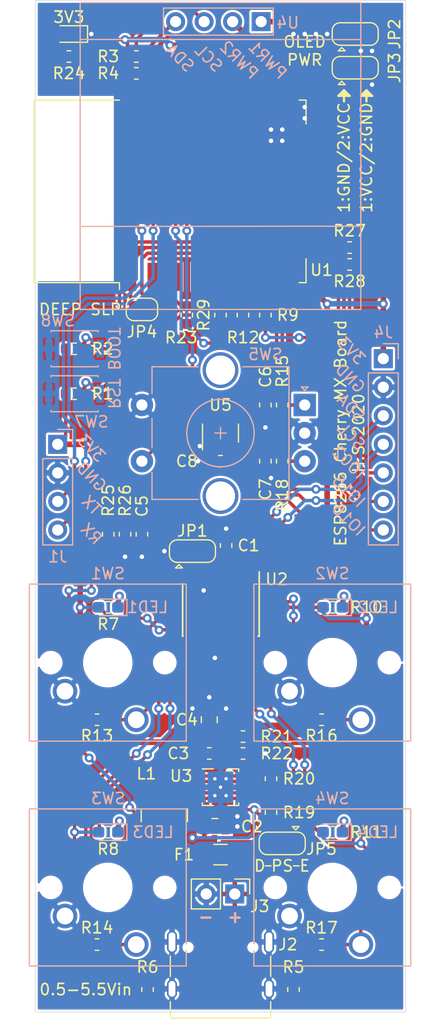
<source format=kicad_pcb>
(kicad_pcb (version 20171130) (host pcbnew "(5.1.6-0-10_14)")
  (layers (0 F.Cu signal) (31 B.Cu signal) (34 B.Paste user) (35 F.Paste user) (36 B.SilkS user) (37 F.SilkS user) (38 B.Mask user) (39 F.Mask user) (44 Edge.Cuts user))
  (net 0 "")
  (net 1 /RX)
  (net 2 /TX)
  (net 3 GND)
  (net 4 +3V3)
  (net 5 /I2C_SDA)
  (net 6 /I2C_SCL)
  (net 7 VBUS)
  (net 8 "Net-(J2-PadB5)")
  (net 9 "Net-(J2-PadA5)")
  (net 10 /LED_1)
  (net 11 /LED_3)
  (net 12 /LED_2)
  (net 13 /LED_4)
  (net 14 "Net-(C3-Pad1)")
  (net 15 "Net-(L1-Pad2)")
  (net 16 "Net-(R19-Pad2)")
  (net 17 "Net-(R21-Pad2)")
  (net 18 /~RST~)
  (net 19 "Net-(R23-Pad2)")
  (net 20 /ADC)
  (net 21 "Net-(LED1-Pad1)")
  (net 22 "Net-(LED2-Pad1)")
  (net 23 "Net-(LED3-Pad1)")
  (net 24 "Net-(LED4-Pad1)")
  (net 25 /SWITCH_1)
  (net 26 /SWITCH_3)
  (net 27 /SWITCH_2)
  (net 28 /SWITCH_4)
  (net 29 /ENCODER_A)
  (net 30 /ENCODER_B)
  (net 31 "Net-(R15-Pad2)")
  (net 32 /ENCODER_SW)
  (net 33 /GPIO15)
  (net 34 /GPIO2)
  (net 35 "Net-(JP1-Pad2)")
  (net 36 "Net-(JP2-Pad2)")
  (net 37 "Net-(JP3-Pad2)")
  (net 38 /GPIO16)
  (net 39 "Net-(C2-Pad1)")
  (net 40 /GPIO0)
  (net 41 "Net-(R18-Pad2)")
  (net 42 "Net-(JP5-Pad2)")
  (net 43 "Net-(3V3-Pad2)")
  (module Resistor_SMD:R_0603_1608Metric (layer F.Cu) (at 162 53.5 180)
    (fp_text reference R28 (at 0 -1.5) (layer F.SilkS))
    (fp_text value 10k)
    (pad 2 smd roundrect (at 0.7875 0 180) (size 0.875 0.95) (layers F.Cu F.Paste F.Mask) (net 34 /GPIO2))
    (pad 1 smd roundrect (at -0.7875 0 180) (size 0.875 0.95) (layers F.Cu F.Paste F.Mask) (net 4 +3V3))
  )
  (module Resistor_SMD:R_0603_1608Metric (layer F.Cu) (at 162 52)
    (fp_text reference R27 (at 0 -1.5) (layer F.SilkS))
    (fp_text value 10k)
    (pad 2 smd roundrect (at 0.7875 0) (size 0.875 0.95) (layers F.Cu F.Paste F.Mask) (net 3 GND))
    (pad 1 smd roundrect (at -0.7875 0) (size 0.875 0.95) (layers F.Cu F.Paste F.Mask) (net 33 /GPIO15))
  )
  (module Jumper:SolderJumper-3_P1.3mm_Open_RoundedPad1.0x1.5mm (layer F.Cu) (at 156 105 180)
    (fp_text reference JP5 (at -3.5 -0.5) (layer F.SilkS))
    (fp_text value SolderJumper_3_Open)
    (pad 2 smd rect (at 0 0 180) (size 1 1.5) (layers F.Cu F.Mask) (net 42 "Net-(JP5-Pad2)"))
    (pad 3 smd custom (at 1.3 0 180) (size 1 0.5) (layers F.Cu F.Mask) (net 39 "Net-(C2-Pad1)") (options (clearance outline) (anchor rect)) (primitives (gr_circle (center 0 0.25) (end 0.5 0.25) (width 0)) (gr_circle (center 0 -0.25) (end 0.5 -0.25) (width 0)) (gr_poly (pts (xy -0.55 -0.75) (xy 0 -0.75) (xy 0 0.75) (xy -0.55 0.75)) (width 0))))
    (pad 1 smd custom (at -1.3 0 180) (size 1 0.5) (layers F.Cu F.Mask) (net 3 GND) (options (clearance outline) (anchor rect)) (primitives (gr_circle (center 0 0.25) (end 0.5 0.25) (width 0)) (gr_circle (center 0 -0.25) (end 0.5 -0.25) (width 0)) (gr_poly (pts (xy 0.55 -0.75) (xy 0 -0.75) (xy 0 0.75) (xy 0.55 0.75)) (width 0))))
  )
  (module Custom_components:128x64OLED (layer B.Cu) (at 150.5 42.5 180)
    (fp_text reference U4 (at -6 10.5) (layer B.SilkS) (effects (justify mirror)))
    (fp_text value SSD1306)
    (pad 4 thru_hole oval (at 4 10.6 90) (size 1.7 1.7) (drill 1) (layers *.Cu *.Mask) (net 5 /I2C_SDA))
    (pad 3 thru_hole oval (at 1.46 10.6 90) (size 1.7 1.7) (drill 1) (layers *.Cu *.Mask) (net 6 /I2C_SCL))
    (pad 1 thru_hole rect (at -3.62 10.6 90) (size 1.7 1.7) (drill 1) (layers *.Cu *.Mask) (net 36 "Net-(JP2-Pad2)"))
    (pad 2 thru_hole oval (at -1.08 10.6 90) (size 1.7 1.7) (drill 1) (layers *.Cu *.Mask) (net 37 "Net-(JP3-Pad2)"))
  )
  (module Resistor_SMD:R_0603_1608Metric (layer F.Cu) (at 152.5 58 90)
    (fp_text reference R12 (at -2 0 180) (layer F.SilkS))
    (fp_text value 10k)
    (pad 2 smd roundrect (at 0.7875 0 90) (size 0.875 0.95) (layers F.Cu F.Paste F.Mask) (net 30 /ENCODER_B))
    (pad 1 smd roundrect (at -0.7875 0 90) (size 0.875 0.95) (layers F.Cu F.Paste F.Mask) (net 4 +3V3))
  )
  (module Resistor_SMD:R_0603_1608Metric (layer F.Cu) (at 156 66 270)
    (fp_text reference R15 (at -3 0 90) (layer F.SilkS))
    (fp_text value 10k)
    (pad 2 smd roundrect (at 0.7875 0 270) (size 0.875 0.95) (layers F.Cu F.Paste F.Mask) (net 31 "Net-(R15-Pad2)"))
    (pad 1 smd roundrect (at -0.7875 0 270) (size 0.875 0.95) (layers F.Cu F.Paste F.Mask) (net 29 /ENCODER_A))
  )
  (module Resistor_SMD:R_0603_1608Metric (layer F.Cu) (at 137 35 180)
    (fp_text reference R24 (at 0 -1.5) (layer F.SilkS))
    (fp_text value 10k)
    (pad 2 smd roundrect (at 0.7875 0 180) (size 0.875 0.95) (layers F.Cu F.Paste F.Mask) (net 43 "Net-(3V3-Pad2)"))
    (pad 1 smd roundrect (at -0.7875 0 180) (size 0.875 0.95) (layers F.Cu F.Paste F.Mask) (net 4 +3V3))
  )
  (module LED_SMD:LED_0603_1608Metric_Pad1.05x0.95mm_HandSolder (layer F.Cu) (at 137 33 180)
    (fp_text reference 3V3 (at 0 1.5) (layer F.SilkS))
    (fp_text value Red)
    (pad 2 smd roundrect (at 0.875 0 180) (size 1.05 0.95) (layers F.Cu F.Paste F.Mask) (net 43 "Net-(3V3-Pad2)"))
    (pad 1 smd roundrect (at -0.875 0 180) (size 1.05 0.95) (layers F.Cu F.Paste F.Mask) (net 3 GND))
  )
  (module Fuse:Fuse_1206_3216Metric (layer F.Cu) (at 150.5 106)
    (fp_text reference F1 (at -3.25 0) (layer F.SilkS))
    (fp_text value Polyfuse)
    (pad 2 smd roundrect (at 1.4 0) (size 1.25 1.75) (layers F.Cu F.Paste F.Mask) (roundrect_rratio 0.2) (net 7 VBUS))
    (pad 1 smd roundrect (at -1.4 0) (size 1.25 1.75) (layers F.Cu F.Paste F.Mask) (roundrect_rratio 0.2) (net 39 "Net-(C2-Pad1)"))
  )
  (module Connector_PinHeader_2.54mm:PinHeader_1x07_P2.54mm_Vertical (layer B.Cu) (at 165 61.88 180)
    (fp_text reference J4 (at 0 2.33) (layer B.SilkS) (effects (justify mirror)))
    (fp_text value Conn_01x07_Male)
    (pad 7 thru_hole oval (at 0 -15.24 180) (size 1.7 1.7) (drill 1) (layers *.Cu *.Mask) (net 38 /GPIO16))
    (pad 6 thru_hole oval (at 0 -12.7 180) (size 1.7 1.7) (drill 1) (layers *.Cu *.Mask) (net 33 /GPIO15))
    (pad 5 thru_hole oval (at 0 -10.16 180) (size 1.7 1.7) (drill 1) (layers *.Cu *.Mask) (net 34 /GPIO2))
    (pad 4 thru_hole oval (at 0 -7.62 180) (size 1.7 1.7) (drill 1) (layers *.Cu *.Mask) (net 6 /I2C_SCL))
    (pad 3 thru_hole oval (at 0 -5.08 180) (size 1.7 1.7) (drill 1) (layers *.Cu *.Mask) (net 5 /I2C_SDA))
    (pad 2 thru_hole oval (at 0 -2.54 180) (size 1.7 1.7) (drill 1) (layers *.Cu *.Mask) (net 3 GND))
    (pad 1 thru_hole rect (at 0 0 180) (size 1.7 1.7) (drill 1) (layers *.Cu *.Mask) (net 4 +3V3))
  )
  (module Jumper:SolderJumper-2_P1.3mm_Open_RoundedPad1.0x1.5mm (layer F.Cu) (at 143.5 57.5)
    (fp_text reference JP4 (at 0 2) (layer F.SilkS))
    (fp_text value SolderJumper_2_Open)
    (pad 2 smd custom (at 0.65 0) (size 1 0.5) (layers F.Cu F.Mask) (net 38 /GPIO16) (options (clearance outline) (anchor rect)) (primitives (gr_circle (center 0 0.25) (end 0.5 0.25) (width 0)) (gr_circle (center 0 -0.25) (end 0.5 -0.25) (width 0)) (gr_poly (pts (xy 0 -0.75) (xy -0.5 -0.75) (xy -0.5 0.75) (xy 0 0.75)) (width 0))))
    (pad 1 smd custom (at -0.65 0) (size 1 0.5) (layers F.Cu F.Mask) (net 18 /~RST~) (options (clearance outline) (anchor rect)) (primitives (gr_circle (center 0 0.25) (end 0.5 0.25) (width 0)) (gr_circle (center 0 -0.25) (end 0.5 -0.25) (width 0)) (gr_poly (pts (xy 0 -0.75) (xy 0.5 -0.75) (xy 0.5 0.75) (xy 0 0.75)) (width 0))))
  )
  (module Jumper:SolderJumper-3_P1.3mm_Open_RoundedPad1.0x1.5mm (layer F.Cu) (at 162.5 36)
    (fp_text reference JP3 (at 3.5 0 270) (layer F.SilkS))
    (fp_text value SolderJumper_3_Open)
    (pad 2 smd rect (at 0 0) (size 1 1.5) (layers F.Cu F.Mask) (net 37 "Net-(JP3-Pad2)"))
    (pad 3 smd custom (at 1.3 0) (size 1 0.5) (layers F.Cu F.Mask) (net 3 GND) (options (clearance outline) (anchor rect)) (primitives (gr_circle (center 0 0.25) (end 0.5 0.25) (width 0)) (gr_circle (center 0 -0.25) (end 0.5 -0.25) (width 0)) (gr_poly (pts (xy -0.55 -0.75) (xy 0 -0.75) (xy 0 0.75) (xy -0.55 0.75)) (width 0))))
    (pad 1 smd custom (at -1.3 0) (size 1 0.5) (layers F.Cu F.Mask) (net 4 +3V3) (options (clearance outline) (anchor rect)) (primitives (gr_circle (center 0 0.25) (end 0.5 0.25) (width 0)) (gr_circle (center 0 -0.25) (end 0.5 -0.25) (width 0)) (gr_poly (pts (xy 0.55 -0.75) (xy 0 -0.75) (xy 0 0.75) (xy 0.55 0.75)) (width 0))))
  )
  (module Jumper:SolderJumper-3_P1.3mm_Open_RoundedPad1.0x1.5mm (layer F.Cu) (at 162.5 33)
    (fp_text reference JP2 (at 3.5 0 90) (layer F.SilkS))
    (fp_text value SolderJumper_3_Open)
    (pad 2 smd rect (at 0 0) (size 1 1.5) (layers F.Cu F.Mask) (net 36 "Net-(JP2-Pad2)"))
    (pad 3 smd custom (at 1.3 0) (size 1 0.5) (layers F.Cu F.Mask) (net 4 +3V3) (options (clearance outline) (anchor rect)) (primitives (gr_circle (center 0 0.25) (end 0.5 0.25) (width 0)) (gr_circle (center 0 -0.25) (end 0.5 -0.25) (width 0)) (gr_poly (pts (xy -0.55 -0.75) (xy 0 -0.75) (xy 0 0.75) (xy -0.55 0.75)) (width 0))))
    (pad 1 smd custom (at -1.3 0) (size 1 0.5) (layers F.Cu F.Mask) (net 3 GND) (options (clearance outline) (anchor rect)) (primitives (gr_circle (center 0 0.25) (end 0.5 0.25) (width 0)) (gr_circle (center 0 -0.25) (end 0.5 -0.25) (width 0)) (gr_poly (pts (xy 0.55 -0.75) (xy 0 -0.75) (xy 0 0.75) (xy 0.55 0.75)) (width 0))))
  )
  (module Jumper:SolderJumper-3_P1.3mm_Open_RoundedPad1.0x1.5mm (layer F.Cu) (at 148 79)
    (fp_text reference JP1 (at 0 -1.8) (layer F.SilkS))
    (fp_text value SolderJumper_3_Open)
    (pad 2 smd rect (at 0 0) (size 1 1.5) (layers F.Cu F.Mask) (net 35 "Net-(JP1-Pad2)"))
    (pad 3 smd custom (at 1.3 0) (size 1 0.5) (layers F.Cu F.Mask) (net 4 +3V3) (options (clearance outline) (anchor rect)) (primitives (gr_circle (center 0 0.25) (end 0.5 0.25) (width 0)) (gr_circle (center 0 -0.25) (end 0.5 -0.25) (width 0)) (gr_poly (pts (xy -0.55 -0.75) (xy 0 -0.75) (xy 0 0.75) (xy -0.55 0.75)) (width 0))))
    (pad 1 smd custom (at -1.3 0) (size 1 0.5) (layers F.Cu F.Mask) (net 3 GND) (options (clearance outline) (anchor rect)) (primitives (gr_circle (center 0 0.25) (end 0.5 0.25) (width 0)) (gr_circle (center 0 -0.25) (end 0.5 -0.25) (width 0)) (gr_poly (pts (xy 0.55 -0.75) (xy 0 -0.75) (xy 0 0.75) (xy 0.55 0.75)) (width 0))))
  )
  (module Connector_USB:USB_C_Receptacle_Palconn_UTC16-G (layer F.Cu) (at 150.5 115.7)
    (fp_text reference J2 (at 6 -1.7) (layer F.SilkS))
    (fp_text value USB_C_Receptacle_USB2.0)
    (pad A12 smd rect (at 3.2 -2.51) (size 0.6 1.16) (layers F.Cu F.Paste F.Mask) (net 3 GND))
    (pad A9 smd rect (at 2.4 -2.51) (size 0.6 1.16) (layers F.Cu F.Paste F.Mask) (net 7 VBUS))
    (pad B1 smd rect (at 3.2 -2.51) (size 0.6 1.16) (layers F.Cu F.Paste F.Mask) (net 3 GND))
    (pad B4 smd rect (at 2.4 -2.51) (size 0.6 1.16) (layers F.Cu F.Paste F.Mask) (net 7 VBUS))
    (pad B12 smd rect (at -3.2 -2.51) (size 0.6 1.16) (layers F.Cu F.Paste F.Mask) (net 3 GND))
    (pad A1 smd rect (at -3.2 -2.51) (size 0.6 1.16) (layers F.Cu F.Paste F.Mask) (net 3 GND))
    (pad B9 smd rect (at -2.4 -2.51) (size 0.6 1.16) (layers F.Cu F.Paste F.Mask) (net 7 VBUS))
    (pad A4 smd rect (at -2.4 -2.51) (size 0.6 1.16) (layers F.Cu F.Paste F.Mask) (net 7 VBUS))
    (pad "" np_thru_hole circle (at -2.89 -1.45 180) (size 0.6 0.6) (drill 0.6) (layers *.Cu *.Mask))
    (pad "" np_thru_hole circle (at 2.89 -1.45 180) (size 0.6 0.6) (drill 0.6) (layers *.Cu *.Mask))
    (pad B5 smd rect (at 1.75 -2.51 180) (size 0.3 1.16) (layers F.Cu F.Paste F.Mask) (net 8 "Net-(J2-PadB5)"))
    (pad B6 smd rect (at 0.75 -2.51 180) (size 0.3 1.16) (layers F.Cu F.Paste F.Mask))
    (pad A8 smd rect (at 1.25 -2.51 180) (size 0.3 1.16) (layers F.Cu F.Paste F.Mask))
    (pad A5 smd rect (at -1.25 -2.51 180) (size 0.3 1.16) (layers F.Cu F.Paste F.Mask) (net 9 "Net-(J2-PadA5)"))
    (pad B8 smd rect (at -1.75 -2.51 180) (size 0.3 1.16) (layers F.Cu F.Paste F.Mask))
    (pad A7 smd rect (at 0.25 -2.51 180) (size 0.3 1.16) (layers F.Cu F.Paste F.Mask))
    (pad A6 smd rect (at -0.25 -2.51 180) (size 0.3 1.16) (layers F.Cu F.Paste F.Mask))
    (pad B7 smd rect (at -0.75 -2.51 180) (size 0.3 1.16) (layers F.Cu F.Paste F.Mask))
    (pad S1 thru_hole oval (at 4.32 2.24 90) (size 1.7 0.9) (drill oval 1.4 0.6) (layers *.Cu *.Mask) (net 3 GND))
    (pad S1 thru_hole oval (at -4.32 2.24 90) (size 1.7 0.9) (drill oval 1.4 0.6) (layers *.Cu *.Mask) (net 3 GND))
    (pad S1 thru_hole oval (at 4.32 -1.93 90) (size 2 0.9) (drill oval 1.7 0.6) (layers *.Cu *.Mask) (net 3 GND))
    (pad S1 thru_hole oval (at -4.32 -1.93 90) (size 2 0.9) (drill oval 1.7 0.6) (layers *.Cu *.Mask) (net 3 GND))
  )
  (module Package_SO:TSOP-6_1.65x3.05mm_P0.95mm (layer F.Cu) (at 150.5 68.5 90)
    (fp_text reference U5 (at 2.5 0 180) (layer F.SilkS))
    (fp_text value PCT2075GVX‎)
    (pad 6 smd rect (at 1.16 -0.95 90) (size 0.7 0.51) (layers F.Cu F.Paste F.Mask) (net 5 /I2C_SDA))
    (pad 5 smd rect (at 1.16 0 90) (size 0.7 0.51) (layers F.Cu F.Paste F.Mask))
    (pad 4 smd rect (at 1.16 0.95 90) (size 0.7 0.51) (layers F.Cu F.Paste F.Mask) (net 6 /I2C_SCL))
    (pad 3 smd rect (at -1.16 0.95 90) (size 0.7 0.51) (layers F.Cu F.Paste F.Mask) (net 4 +3V3))
    (pad 2 smd rect (at -1.16 0 90) (size 0.7 0.51) (layers F.Cu F.Paste F.Mask) (net 3 GND))
    (pad 1 smd rect (at -1.16 -0.95 90) (size 0.7 0.51) (layers F.Cu F.Paste F.Mask) (net 3 GND))
  )
  (module Capacitor_SMD:C_0603_1608Metric (layer F.Cu) (at 150.5 71)
    (fp_text reference C8 (at -3 0) (layer F.SilkS))
    (fp_text value 100n)
    (pad 2 smd roundrect (at 0.7875 0) (size 0.875 0.95) (layers F.Cu F.Paste F.Mask) (net 4 +3V3))
    (pad 1 smd roundrect (at -0.7875 0) (size 0.875 0.95) (layers F.Cu F.Paste F.Mask) (net 3 GND))
  )
  (module Custom_components:SW_SPST_4x3x2mm (layer B.Cu) (at 137.5 61 180)
    (fp_text reference SW8 (at 1.5 2.5 unlocked) (layer B.SilkS) (effects (justify mirror)))
    (fp_text value SW_Push)
    (pad 1 smd rect (at -2.275 0 180) (size 0.65 1.6) (layers B.Cu B.Paste B.Mask) (net 40 /GPIO0))
    (pad 2 smd rect (at 2.275 0 180) (size 0.65 1.6) (layers B.Cu B.Paste B.Mask) (net 3 GND))
  )
  (module Custom_components:SW_SPST_4x3x2mm (layer B.Cu) (at 137.5 65)
    (fp_text reference SW7 (at 1.5 2.5 unlocked) (layer B.SilkS) (effects (justify mirror)))
    (fp_text value SW_Push)
    (pad 1 smd rect (at -2.275 0) (size 0.65 1.6) (layers B.Cu B.Paste B.Mask) (net 3 GND))
    (pad 2 smd rect (at 2.275 0) (size 0.65 1.6) (layers B.Cu B.Paste B.Mask) (net 18 /~RST~))
  )
  (module Resistor_SMD:R_0603_1608Metric (layer F.Cu) (at 150.5 58 90)
    (fp_text reference R29 (at 0 -1.5 270) (layer F.SilkS))
    (fp_text value 10k)
    (pad 2 smd roundrect (at 0.7875 0 90) (size 0.875 0.95) (layers F.Cu F.Paste F.Mask) (net 32 /ENCODER_SW))
    (pad 1 smd roundrect (at -0.7875 0 90) (size 0.875 0.95) (layers F.Cu F.Paste F.Mask) (net 4 +3V3))
  )
  (module Resistor_SMD:R_0603_1608Metric (layer F.Cu) (at 156 71 270)
    (fp_text reference R18 (at 3 0 90) (layer F.SilkS))
    (fp_text value 10k)
    (pad 2 smd roundrect (at 0.7875 0 270) (size 0.875 0.95) (layers F.Cu F.Paste F.Mask) (net 41 "Net-(R18-Pad2)"))
    (pad 1 smd roundrect (at -0.7875 0 270) (size 0.875 0.95) (layers F.Cu F.Paste F.Mask) (net 30 /ENCODER_B))
  )
  (module Resistor_SMD:R_0603_1608Metric (layer F.Cu) (at 154.5 58 90)
    (fp_text reference R9 (at 0 2) (layer F.SilkS))
    (fp_text value 10k)
    (pad 2 smd roundrect (at 0.7875 0 90) (size 0.875 0.95) (layers F.Cu F.Paste F.Mask) (net 29 /ENCODER_A))
    (pad 1 smd roundrect (at -0.7875 0 90) (size 0.875 0.95) (layers F.Cu F.Paste F.Mask) (net 4 +3V3))
  )
  (module Capacitor_SMD:C_0603_1608Metric (layer F.Cu) (at 154.5 71 270)
    (fp_text reference C7 (at 2.5 0 90) (layer F.SilkS))
    (fp_text value 10n)
    (pad 2 smd roundrect (at 0.7875 0 270) (size 0.875 0.95) (layers F.Cu F.Paste F.Mask) (net 3 GND))
    (pad 1 smd roundrect (at -0.7875 0 270) (size 0.875 0.95) (layers F.Cu F.Paste F.Mask) (net 30 /ENCODER_B))
  )
  (module Capacitor_SMD:C_0603_1608Metric (layer F.Cu) (at 154.5 66 270)
    (fp_text reference C6 (at -2.5 0 90) (layer F.SilkS))
    (fp_text value 10n)
    (pad 2 smd roundrect (at 0.7875 0 270) (size 0.875 0.95) (layers F.Cu F.Paste F.Mask) (net 3 GND))
    (pad 1 smd roundrect (at -0.7875 0 270) (size 0.875 0.95) (layers F.Cu F.Paste F.Mask) (net 29 /ENCODER_A))
  )
  (module Rotary_Encoder:RotaryEncoder_Alps_EC11E-Switch_Vertical_H20mm_CircularMountingHoles (layer B.Cu) (at 158 66 180)
    (fp_text reference SW5 (at 3.5 4.5) (layer B.SilkS) (effects (justify mirror)))
    (fp_text value PEC11L-4115F-S0020)
    (pad A thru_hole rect (at 0 0 180) (size 2 2) (drill 1) (layers *.Cu *.Mask) (net 31 "Net-(R15-Pad2)"))
    (pad C thru_hole circle (at 0 -2.5 180) (size 2 2) (drill 1) (layers *.Cu *.Mask) (net 3 GND))
    (pad B thru_hole circle (at 0 -5 180) (size 2 2) (drill 1) (layers *.Cu *.Mask) (net 41 "Net-(R18-Pad2)"))
    (pad MP thru_hole circle (at 7.5 3.1 180) (size 3.2 3.2) (drill 2.6) (layers *.Cu *.Mask))
    (pad MP thru_hole circle (at 7.5 -8.1 180) (size 3.2 3.2) (drill 2.6) (layers *.Cu *.Mask))
    (pad S2 thru_hole circle (at 14.5 0 180) (size 2 2) (drill 1) (layers *.Cu *.Mask) (net 3 GND))
    (pad S1 thru_hole circle (at 14.5 -5 180) (size 2 2) (drill 1) (layers *.Cu *.Mask) (net 32 /ENCODER_SW))
  )
  (module LED_SMD:LED_0603_1608Metric_Pad1.05x0.95mm_HandSolder (layer B.Cu) (at 140.5 84 180)
    (fp_text reference LED1 (at -3.5 0) (layer B.SilkS) (effects (justify mirror)))
    (fp_text value Blue)
    (pad 2 smd roundrect (at 0.875 0 180) (size 1.05 0.95) (layers B.Cu B.Paste B.Mask) (net 4 +3V3))
    (pad 1 smd roundrect (at -0.875 0 180) (size 1.05 0.95) (layers B.Cu B.Paste B.Mask) (net 21 "Net-(LED1-Pad1)"))
  )
  (module Resistor_SMD:R_0603_1608Metric (layer F.Cu) (at 142 77.5 270)
    (fp_text reference R26 (at -3 0 90) (layer F.SilkS))
    (fp_text value 100k)
    (pad 2 smd roundrect (at 0.7875 0 270) (size 0.875 0.95) (layers F.Cu F.Paste F.Mask) (net 3 GND))
    (pad 1 smd roundrect (at -0.7875 0 270) (size 0.875 0.95) (layers F.Cu F.Paste F.Mask) (net 20 /ADC))
  )
  (module Resistor_SMD:R_0603_1608Metric (layer F.Cu) (at 140.5 77.5 270)
    (fp_text reference R25 (at -3 0 90) (layer F.SilkS))
    (fp_text value 499k)
    (pad 2 smd roundrect (at 0.7875 0 270) (size 0.875 0.95) (layers F.Cu F.Paste F.Mask) (net 39 "Net-(C2-Pad1)"))
    (pad 1 smd roundrect (at -0.7875 0 270) (size 0.875 0.95) (layers F.Cu F.Paste F.Mask) (net 20 /ADC))
  )
  (module Capacitor_SMD:C_0603_1608Metric (layer F.Cu) (at 143.5 77.5 270)
    (fp_text reference C5 (at -2.5 0 90) (layer F.SilkS))
    (fp_text value 100n)
    (pad 2 smd roundrect (at 0.7875 0 270) (size 0.875 0.95) (layers F.Cu F.Paste F.Mask) (net 3 GND))
    (pad 1 smd roundrect (at -0.7875 0 270) (size 0.875 0.95) (layers F.Cu F.Paste F.Mask) (net 20 /ADC))
  )
  (module Resistor_SMD:R_0603_1608Metric (layer F.Cu) (at 147.5 58 90)
    (fp_text reference R23 (at -2 -0.5 180) (layer F.SilkS))
    (fp_text value 10k)
    (pad 2 smd roundrect (at 0.7875 0 90) (size 0.875 0.95) (layers F.Cu F.Paste F.Mask) (net 19 "Net-(R23-Pad2)"))
    (pad 1 smd roundrect (at -0.7875 0 90) (size 0.875 0.95) (layers F.Cu F.Paste F.Mask) (net 4 +3V3))
  )
  (module Resistor_SMD:R_0603_1608Metric (layer F.Cu) (at 152.5 97)
    (fp_text reference R22 (at 3 0) (layer F.SilkS))
    (fp_text value 178k)
    (pad 2 smd roundrect (at 0.7875 0) (size 0.875 0.95) (layers F.Cu F.Paste F.Mask) (net 3 GND))
    (pad 1 smd roundrect (at -0.7875 0) (size 0.875 0.95) (layers F.Cu F.Paste F.Mask) (net 17 "Net-(R21-Pad2)"))
  )
  (module Resistor_SMD:R_0603_1608Metric (layer F.Cu) (at 152.5 95.5)
    (fp_text reference R21 (at 3 0) (layer F.SilkS))
    (fp_text value 1M)
    (pad 2 smd roundrect (at 0.7875 0) (size 0.875 0.95) (layers F.Cu F.Paste F.Mask) (net 17 "Net-(R21-Pad2)"))
    (pad 1 smd roundrect (at -0.7875 0) (size 0.875 0.95) (layers F.Cu F.Paste F.Mask) (net 4 +3V3))
  )
  (module Resistor_SMD:R_0603_1608Metric (layer F.Cu) (at 155 99.25 90)
    (fp_text reference R20 (at 0 2.5 180) (layer F.SilkS))
    (fp_text value 178k)
    (pad 2 smd roundrect (at 0.7875 0 90) (size 0.875 0.95) (layers F.Cu F.Paste F.Mask) (net 3 GND))
    (pad 1 smd roundrect (at -0.7875 0 90) (size 0.875 0.95) (layers F.Cu F.Paste F.Mask) (net 16 "Net-(R19-Pad2)"))
  )
  (module Resistor_SMD:R_0603_1608Metric (layer F.Cu) (at 155 102.25 90)
    (fp_text reference R19 (at 0 2.5 180) (layer F.SilkS))
    (fp_text value 178k)
    (pad 2 smd roundrect (at 0.7875 0 90) (size 0.875 0.95) (layers F.Cu F.Paste F.Mask) (net 16 "Net-(R19-Pad2)"))
    (pad 1 smd roundrect (at -0.7875 0 90) (size 0.875 0.95) (layers F.Cu F.Paste F.Mask) (net 39 "Net-(C2-Pad1)"))
  )
  (module Resistor_SMD:R_0603_1608Metric (layer F.Cu) (at 159.5 114 180)
    (fp_text reference R17 (at 0 1.5) (layer F.SilkS))
    (fp_text value 10k)
    (pad 2 smd roundrect (at 0.7875 0 180) (size 0.875 0.95) (layers F.Cu F.Paste F.Mask) (net 4 +3V3))
    (pad 1 smd roundrect (at -0.7875 0 180) (size 0.875 0.95) (layers F.Cu F.Paste F.Mask) (net 28 /SWITCH_4))
  )
  (module Resistor_SMD:R_0603_1608Metric (layer F.Cu) (at 159.5 94 180)
    (fp_text reference R16 (at 0 -1.43) (layer F.SilkS))
    (fp_text value 10k)
    (pad 2 smd roundrect (at 0.7875 0 180) (size 0.875 0.95) (layers F.Cu F.Paste F.Mask) (net 4 +3V3))
    (pad 1 smd roundrect (at -0.7875 0 180) (size 0.875 0.95) (layers F.Cu F.Paste F.Mask) (net 27 /SWITCH_2))
  )
  (module Resistor_SMD:R_0603_1608Metric (layer F.Cu) (at 139.5 114 180)
    (fp_text reference R14 (at 0 1.5) (layer F.SilkS))
    (fp_text value 10k)
    (pad 2 smd roundrect (at 0.7875 0 180) (size 0.875 0.95) (layers F.Cu F.Paste F.Mask) (net 4 +3V3))
    (pad 1 smd roundrect (at -0.7875 0 180) (size 0.875 0.95) (layers F.Cu F.Paste F.Mask) (net 26 /SWITCH_3))
  )
  (module Resistor_SMD:R_0603_1608Metric (layer F.Cu) (at 139.5 94 180)
    (fp_text reference R13 (at 0 -1.43) (layer F.SilkS))
    (fp_text value 10k)
    (pad 2 smd roundrect (at 0.7875 0 180) (size 0.875 0.95) (layers F.Cu F.Paste F.Mask) (net 4 +3V3))
    (pad 1 smd roundrect (at -0.7875 0 180) (size 0.875 0.95) (layers F.Cu F.Paste F.Mask) (net 25 /SWITCH_1))
  )
  (module Resistor_SMD:R_0603_1608Metric (layer F.Cu) (at 160.5 104)
    (fp_text reference R11 (at 3 0) (layer F.SilkS))
    (fp_text value 330R)
    (pad 2 smd roundrect (at 0.7875 0) (size 0.875 0.95) (layers F.Cu F.Paste F.Mask) (net 24 "Net-(LED4-Pad1)"))
    (pad 1 smd roundrect (at -0.7875 0) (size 0.875 0.95) (layers F.Cu F.Paste F.Mask) (net 13 /LED_4))
  )
  (module Resistor_SMD:R_0603_1608Metric (layer F.Cu) (at 160.5 84)
    (fp_text reference R10 (at 3 0) (layer F.SilkS))
    (fp_text value 330R)
    (pad 2 smd roundrect (at 0.7875 0) (size 0.875 0.95) (layers F.Cu F.Paste F.Mask) (net 22 "Net-(LED2-Pad1)"))
    (pad 1 smd roundrect (at -0.7875 0) (size 0.875 0.95) (layers F.Cu F.Paste F.Mask) (net 12 /LED_2))
  )
  (module Resistor_SMD:R_0603_1608Metric (layer F.Cu) (at 140.5 104)
    (fp_text reference R8 (at 0 1.5) (layer F.SilkS))
    (fp_text value 330R)
    (pad 2 smd roundrect (at 0.7875 0) (size 0.875 0.95) (layers F.Cu F.Paste F.Mask) (net 23 "Net-(LED3-Pad1)"))
    (pad 1 smd roundrect (at -0.7875 0) (size 0.875 0.95) (layers F.Cu F.Paste F.Mask) (net 11 /LED_3))
  )
  (module Resistor_SMD:R_0603_1608Metric (layer F.Cu) (at 140.5 84)
    (fp_text reference R7 (at 0 1.5) (layer F.SilkS))
    (fp_text value 330R)
    (pad 2 smd roundrect (at 0.7875 0) (size 0.875 0.95) (layers F.Cu F.Paste F.Mask) (net 21 "Net-(LED1-Pad1)"))
    (pad 1 smd roundrect (at -0.7875 0) (size 0.875 0.95) (layers F.Cu F.Paste F.Mask) (net 10 /LED_1))
  )
  (module Resistor_SMD:R_0603_1608Metric (layer F.Cu) (at 144 118 270)
    (fp_text reference R6 (at -2 0 180) (layer F.SilkS))
    (fp_text value 5.1k)
    (pad 2 smd roundrect (at 0.7875 0 270) (size 0.875 0.95) (layers F.Cu F.Paste F.Mask) (net 3 GND))
    (pad 1 smd roundrect (at -0.7875 0 270) (size 0.875 0.95) (layers F.Cu F.Paste F.Mask) (net 9 "Net-(J2-PadA5)"))
  )
  (module Resistor_SMD:R_0603_1608Metric (layer F.Cu) (at 157 118 270)
    (fp_text reference R5 (at -2 0 180) (layer F.SilkS))
    (fp_text value 5.1k)
    (pad 2 smd roundrect (at 0.7875 0 270) (size 0.875 0.95) (layers F.Cu F.Paste F.Mask) (net 3 GND))
    (pad 1 smd roundrect (at -0.7875 0 270) (size 0.875 0.95) (layers F.Cu F.Paste F.Mask) (net 8 "Net-(J2-PadB5)"))
  )
  (module Resistor_SMD:R_0603_1608Metric (layer F.Cu) (at 143 36.5)
    (fp_text reference R4 (at -2.5 0) (layer F.SilkS))
    (fp_text value 10k)
    (pad 2 smd roundrect (at 0.7875 0) (size 0.875 0.95) (layers F.Cu F.Paste F.Mask) (net 6 /I2C_SCL))
    (pad 1 smd roundrect (at -0.7875 0) (size 0.875 0.95) (layers F.Cu F.Paste F.Mask) (net 4 +3V3))
  )
  (module Resistor_SMD:R_0603_1608Metric (layer F.Cu) (at 143 35)
    (fp_text reference R3 (at -2.5 0) (layer F.SilkS))
    (fp_text value 10k)
    (pad 2 smd roundrect (at 0.7875 0) (size 0.875 0.95) (layers F.Cu F.Paste F.Mask) (net 5 /I2C_SDA))
    (pad 1 smd roundrect (at -0.7875 0) (size 0.875 0.95) (layers F.Cu F.Paste F.Mask) (net 4 +3V3))
  )
  (module Resistor_SMD:R_0603_1608Metric (layer F.Cu) (at 137.5 61 180)
    (fp_text reference R2 (at -2.5 0) (layer F.SilkS))
    (fp_text value 10k)
    (pad 2 smd roundrect (at 0.7875 0 180) (size 0.875 0.95) (layers F.Cu F.Paste F.Mask) (net 4 +3V3))
    (pad 1 smd roundrect (at -0.7875 0 180) (size 0.875 0.95) (layers F.Cu F.Paste F.Mask) (net 40 /GPIO0))
  )
  (module Resistor_SMD:R_0603_1608Metric (layer F.Cu) (at 137.5 65 180)
    (fp_text reference R1 (at -2.5 0) (layer F.SilkS))
    (fp_text value 10k)
    (pad 2 smd roundrect (at 0.7875 0 180) (size 0.875 0.95) (layers F.Cu F.Paste F.Mask) (net 4 +3V3))
    (pad 1 smd roundrect (at -0.7875 0 180) (size 0.875 0.95) (layers F.Cu F.Paste F.Mask) (net 18 /~RST~))
  )
  (module Capacitor_SMD:C_0805_2012Metric (layer F.Cu) (at 149.5 94 90)
    (fp_text reference C4 (at 0 -2 180) (layer F.SilkS))
    (fp_text value 10uF)
    (pad 2 smd roundrect (at 0.9375 0 90) (size 0.975 1.4) (layers F.Cu F.Paste F.Mask) (net 3 GND))
    (pad 1 smd roundrect (at -0.9375 0 90) (size 0.975 1.4) (layers F.Cu F.Paste F.Mask) (net 4 +3V3))
  )
  (module Capacitor_SMD:C_0603_1608Metric (layer F.Cu) (at 149.5 97)
    (fp_text reference C3 (at -2.75 0) (layer F.SilkS))
    (fp_text value 100n)
    (pad 2 smd roundrect (at 0.7875 0) (size 0.875 0.95) (layers F.Cu F.Paste F.Mask) (net 3 GND))
    (pad 1 smd roundrect (at -0.7875 0) (size 0.875 0.95) (layers F.Cu F.Paste F.Mask) (net 14 "Net-(C3-Pad1)"))
  )
  (module Capacitor_SMD:C_0805_2012Metric (layer F.Cu) (at 150 103.5)
    (fp_text reference C2 (at 3.3 0) (layer F.SilkS))
    (fp_text value 10uF)
    (pad 2 smd roundrect (at 0.9375 0) (size 0.975 1.4) (layers F.Cu F.Paste F.Mask) (net 3 GND))
    (pad 1 smd roundrect (at -0.9375 0) (size 0.975 1.4) (layers F.Cu F.Paste F.Mask) (net 39 "Net-(C2-Pad1)"))
  )
  (module Capacitor_SMD:C_0603_1608Metric (layer F.Cu) (at 151 78.5 270)
    (fp_text reference C1 (at 0 -2 180) (layer F.SilkS))
    (fp_text value 100n)
    (pad 2 smd roundrect (at 0.7875 0 270) (size 0.875 0.95) (layers F.Cu F.Paste F.Mask) (net 4 +3V3))
    (pad 1 smd roundrect (at -0.7875 0 270) (size 0.875 0.95) (layers F.Cu F.Paste F.Mask) (net 3 GND))
  )
  (module Inductor_SMD:L_Coilcraft_LPS4012 (layer F.Cu) (at 145.5 102.5 90)
    (fp_text reference L1 (at 3.7 -1.6 180) (layer F.SilkS))
    (fp_text value 2.2uH)
    (pad 2 smd custom (at 1.765 0 90) (size 0.87 2.79) (layers F.Cu F.Paste F.Mask) (net 15 "Net-(L1-Pad2)") (options (clearance outline) (anchor rect)) (primitives (gr_poly (pts (xy 0.435 -1.395) (xy -0.125 -1.945) (xy -1.015 -1.945) (xy -1.015 -1.17) (xy -0.435 -0.575) (xy -0.435 0.575) (xy -1.015 1.17) (xy -1.015 1.945) (xy -0.125 1.945) (xy 0.435 1.395)) (width 0))))
    (pad 1 smd custom (at -1.765 0 90) (size 0.87 2.79) (layers F.Cu F.Paste F.Mask) (net 39 "Net-(C2-Pad1)") (options (clearance outline) (anchor rect)) (primitives (gr_poly (pts (xy -0.435 -1.395) (xy 0.125 -1.945) (xy 1.015 -1.945) (xy 1.015 -1.17) (xy 0.435 -0.575) (xy 0.435 0.575) (xy 1.015 1.17) (xy 1.015 1.945) (xy 0.125 1.945) (xy -0.435 1.395)) (width 0))))
  )
  (module Connector_PinHeader_2.54mm:PinHeader_1x02_P2.54mm_Vertical (layer F.Cu) (at 151.77 109.5 270)
    (fp_text reference J3 (at 1.1 -2.23 180) (layer F.SilkS))
    (fp_text value Conn_01x02)
    (pad 2 thru_hole oval (at 0 2.54 270) (size 1.7 1.7) (drill 1) (layers *.Cu *.Mask) (net 3 GND))
    (pad 1 thru_hole rect (at 0 0 270) (size 1.7 1.7) (drill 1) (layers *.Cu *.Mask) (net 7 VBUS))
  )
  (module Package_SON:Texas_S-PVSON-N10_ThermalVias (layer F.Cu) (at 150.5 100)
    (fp_text reference U3 (at -3.5 -1 180) (layer F.SilkS))
    (fp_text value TPS61200DRC)
    (pad 11 smd rect (at 0 0) (size 2.3 2.8) (layers B.Cu) (net 3 GND))
    (pad 11 thru_hole circle (at -0.5 0.75) (size 0.6 0.6) (drill 0.3) (layers *.Cu *.Mask) (net 3 GND))
    (pad 11 thru_hole circle (at -0.5 -0.75) (size 0.6 0.6) (drill 0.3) (layers *.Cu *.Mask) (net 3 GND))
    (pad 11 thru_hole circle (at 0.5 -0.75) (size 0.6 0.6) (drill 0.3) (layers *.Cu *.Mask) (net 3 GND))
    (pad 11 thru_hole circle (at 0 0) (size 0.6 0.6) (drill 0.3) (layers *.Cu *.Mask) (net 3 GND))
    (pad 11 thru_hole circle (at 0.5 0.75) (size 0.6 0.6) (drill 0.3) (layers *.Cu *.Mask) (net 3 GND))
    (pad 10 smd oval (at 1.475 -1) (size 0.85 0.28) (layers F.Cu F.Paste F.Mask) (net 17 "Net-(R21-Pad2)"))
    (pad 9 smd oval (at 1.475 -0.5) (size 0.85 0.28) (layers F.Cu F.Paste F.Mask) (net 3 GND))
    (pad 8 smd oval (at 1.475 0) (size 0.85 0.28) (layers F.Cu F.Paste F.Mask) (net 42 "Net-(JP5-Pad2)"))
    (pad 7 smd rect (at 1.76 0.5) (size 0.28 0.28) (layers F.Cu F.Paste F.Mask) (net 16 "Net-(R19-Pad2)"))
    (pad 6 smd rect (at 1.76 1) (size 0.28 0.28) (layers F.Cu F.Paste F.Mask) (net 39 "Net-(C2-Pad1)"))
    (pad 5 smd oval (at -1.475 1) (size 0.85 0.28) (layers F.Cu F.Paste F.Mask) (net 39 "Net-(C2-Pad1)"))
    (pad 4 smd rect (at -1.76 0.5) (size 0.28 0.28) (layers F.Cu F.Paste F.Mask) (net 3 GND))
    (pad 3 smd oval (at -1.475 0) (size 0.85 0.28) (layers F.Cu F.Paste F.Mask) (net 15 "Net-(L1-Pad2)"))
    (pad 2 smd rect (at -1.76 -0.5) (size 0.28 0.28) (layers F.Cu F.Paste F.Mask) (net 4 +3V3))
    (pad 1 smd rect (at -1.76 -1) (size 0.28 0.28) (layers F.Cu F.Paste F.Mask) (net 14 "Net-(C3-Pad1)"))
    (pad 11 smd rect (at 0 0) (size 1.65 2.4) (layers F.Cu F.Mask) (net 3 GND))
    (pad 11 smd rect (at 0.45 0.635) (size 0.68 1.05) (layers F.Cu F.Paste F.Mask) (net 3 GND))
    (pad 11 smd rect (at -0.45 0.635) (size 0.68 1.05) (layers F.Cu F.Paste F.Mask) (net 3 GND))
    (pad 11 smd rect (at 0.45 -0.635) (size 0.68 1.05) (layers F.Cu F.Paste F.Mask) (net 3 GND))
    (pad 11 smd rect (at 0.25 1.63) (size 0.26 0.5) (layers F.Cu F.Paste F.Mask) (net 3 GND))
    (pad 11 smd rect (at -0.25 1.63) (size 0.26 0.5) (layers F.Cu F.Paste F.Mask) (net 3 GND))
    (pad 11 smd rect (at 0.25 -1.63) (size 0.26 0.5) (layers F.Cu F.Paste F.Mask) (net 3 GND))
    (pad 11 smd rect (at 0.25 1.55) (size 0.28 0.7) (layers F.Cu F.Mask) (net 3 GND))
    (pad 11 smd rect (at -0.25 1.55) (size 0.28 0.7) (layers F.Cu F.Mask) (net 3 GND))
    (pad 11 smd rect (at 0.25 -1.55) (size 0.28 0.7) (layers F.Cu F.Mask) (net 3 GND))
    (pad 11 smd rect (at -0.25 -1.63) (size 0.26 0.5) (layers F.Cu F.Paste F.Mask) (net 3 GND))
    (pad 11 smd rect (at -0.25 -1.55) (size 0.28 0.7) (layers F.Cu F.Mask) (net 3 GND))
    (pad 11 smd rect (at -0.45 -0.635) (size 0.68 1.05) (layers F.Cu F.Paste F.Mask) (net 3 GND))
    (pad 10 smd rect (at 1.76 -1) (size 0.28 0.28) (layers F.Cu F.Paste F.Mask) (net 17 "Net-(R21-Pad2)"))
    (pad 9 smd rect (at 1.76 -0.5) (size 0.28 0.28) (layers F.Cu F.Paste F.Mask) (net 3 GND))
    (pad 8 smd rect (at 1.76 0) (size 0.28 0.28) (layers F.Cu F.Paste F.Mask) (net 42 "Net-(JP5-Pad2)"))
    (pad 7 smd oval (at 1.475 0.5) (size 0.85 0.28) (layers F.Cu F.Paste F.Mask) (net 16 "Net-(R19-Pad2)"))
    (pad 6 smd oval (at 1.475 1) (size 0.85 0.28) (layers F.Cu F.Paste F.Mask) (net 39 "Net-(C2-Pad1)"))
    (pad 5 smd rect (at -1.76 1) (size 0.28 0.28) (layers F.Cu F.Paste F.Mask) (net 39 "Net-(C2-Pad1)"))
    (pad 4 smd oval (at -1.475 0.5) (size 0.85 0.28) (layers F.Cu F.Paste F.Mask) (net 3 GND))
    (pad 3 smd rect (at -1.76 0) (size 0.28 0.28) (layers F.Cu F.Paste F.Mask) (net 15 "Net-(L1-Pad2)"))
    (pad 2 smd oval (at -1.475 -0.5) (size 0.85 0.28) (layers F.Cu F.Paste F.Mask) (net 4 +3V3))
    (pad 1 smd oval (at -1.475 -1) (size 0.85 0.28) (layers F.Cu F.Paste F.Mask) (net 14 "Net-(C3-Pad1)"))
  )
  (module Package_SO:SSOP-20_4.4x6.5mm_P0.65mm (layer F.Cu) (at 150.5 84.25 270)
    (fp_text reference U2 (at -2.75 -5 180) (layer F.SilkS))
    (fp_text value PCF8574)
    (pad 20 smd rect (at 2.9 -2.925 270) (size 1 0.4) (layers F.Cu F.Paste F.Mask) (net 13 /LED_4))
    (pad 19 smd rect (at 2.9 -2.275 270) (size 1 0.4) (layers F.Cu F.Paste F.Mask) (net 28 /SWITCH_4))
    (pad 18 smd rect (at 2.9 -1.625 270) (size 1 0.4) (layers F.Cu F.Paste F.Mask))
    (pad 17 smd rect (at 2.9 -0.975 270) (size 1 0.4) (layers F.Cu F.Paste F.Mask) (net 11 /LED_3))
    (pad 16 smd rect (at 2.9 -0.325 270) (size 1 0.4) (layers F.Cu F.Paste F.Mask) (net 26 /SWITCH_3))
    (pad 15 smd rect (at 2.9 0.325 270) (size 1 0.4) (layers F.Cu F.Paste F.Mask) (net 3 GND))
    (pad 14 smd rect (at 2.9 0.975 270) (size 1 0.4) (layers F.Cu F.Paste F.Mask) (net 12 /LED_2))
    (pad 13 smd rect (at 2.9 1.625 270) (size 1 0.4) (layers F.Cu F.Paste F.Mask))
    (pad 12 smd rect (at 2.9 2.275 270) (size 1 0.4) (layers F.Cu F.Paste F.Mask) (net 27 /SWITCH_2))
    (pad 11 smd rect (at 2.9 2.925 270) (size 1 0.4) (layers F.Cu F.Paste F.Mask) (net 10 /LED_1))
    (pad 10 smd rect (at -2.9 2.925 270) (size 1 0.4) (layers F.Cu F.Paste F.Mask) (net 25 /SWITCH_1))
    (pad 9 smd rect (at -2.9 2.275 270) (size 1 0.4) (layers F.Cu F.Paste F.Mask) (net 3 GND))
    (pad 8 smd rect (at -2.9 1.625 270) (size 1 0.4) (layers F.Cu F.Paste F.Mask))
    (pad 7 smd rect (at -2.9 0.975 270) (size 1 0.4) (layers F.Cu F.Paste F.Mask) (net 3 GND))
    (pad 6 smd rect (at -2.9 0.325 270) (size 1 0.4) (layers F.Cu F.Paste F.Mask) (net 35 "Net-(JP1-Pad2)"))
    (pad 5 smd rect (at -2.9 -0.325 270) (size 1 0.4) (layers F.Cu F.Paste F.Mask) (net 4 +3V3))
    (pad 4 smd rect (at -2.9 -0.975 270) (size 1 0.4) (layers F.Cu F.Paste F.Mask) (net 5 /I2C_SDA))
    (pad 3 smd rect (at -2.9 -1.625 270) (size 1 0.4) (layers F.Cu F.Paste F.Mask))
    (pad 2 smd rect (at -2.9 -2.275 270) (size 1 0.4) (layers F.Cu F.Paste F.Mask) (net 6 /I2C_SCL))
    (pad 1 smd rect (at -2.9 -2.925 270) (size 1 0.4) (layers F.Cu F.Paste F.Mask))
  )
  (module RF_Module:ESP-12E (layer F.Cu) (at 146 47 90)
    (fp_text reference U1 (at -7 13.5 180) (layer F.SilkS))
    (fp_text value ESP-12F)
    (pad 22 smd rect (at 7.6 -3.5 90) (size 2.5 1) (layers F.Cu F.Paste F.Mask) (net 2 /TX))
    (pad 21 smd rect (at 7.6 -1.5 90) (size 2.5 1) (layers F.Cu F.Paste F.Mask) (net 1 /RX))
    (pad 20 smd rect (at 7.6 0.5 90) (size 2.5 1) (layers F.Cu F.Paste F.Mask) (net 6 /I2C_SCL))
    (pad 19 smd rect (at 7.6 2.5 90) (size 2.5 1) (layers F.Cu F.Paste F.Mask) (net 5 /I2C_SDA))
    (pad 18 smd rect (at 7.6 4.5 90) (size 2.5 1) (layers F.Cu F.Paste F.Mask) (net 40 /GPIO0))
    (pad 17 smd rect (at 7.6 6.5 90) (size 2.5 1) (layers F.Cu F.Paste F.Mask) (net 34 /GPIO2))
    (pad 16 smd rect (at 7.6 8.5 90) (size 2.5 1) (layers F.Cu F.Paste F.Mask) (net 33 /GPIO15))
    (pad 15 smd rect (at 7.6 10.5 90) (size 2.5 1) (layers F.Cu F.Paste F.Mask) (net 3 GND))
    (pad 14 smd rect (at 5 12 90) (size 1 1.8) (layers F.Cu F.Paste F.Mask))
    (pad 13 smd rect (at 3 12 90) (size 1 1.8) (layers F.Cu F.Paste F.Mask))
    (pad 12 smd rect (at 1 12 90) (size 1 1.8) (layers F.Cu F.Paste F.Mask))
    (pad 11 smd rect (at -1 12 90) (size 1 1.8) (layers F.Cu F.Paste F.Mask))
    (pad 10 smd rect (at -3 12 90) (size 1 1.8) (layers F.Cu F.Paste F.Mask))
    (pad 9 smd rect (at -5 12 90) (size 1 1.8) (layers F.Cu F.Paste F.Mask))
    (pad 8 smd rect (at -7.6 10.5 90) (size 2.5 1) (layers F.Cu F.Paste F.Mask) (net 4 +3V3))
    (pad 7 smd rect (at -7.6 8.5 90) (size 2.5 1) (layers F.Cu F.Paste F.Mask) (net 29 /ENCODER_A))
    (pad 6 smd rect (at -7.6 6.5 90) (size 2.5 1) (layers F.Cu F.Paste F.Mask) (net 30 /ENCODER_B))
    (pad 5 smd rect (at -7.6 4.5 90) (size 2.5 1) (layers F.Cu F.Paste F.Mask) (net 32 /ENCODER_SW))
    (pad 4 smd rect (at -7.6 2.5 90) (size 2.5 1) (layers F.Cu F.Paste F.Mask) (net 38 /GPIO16))
    (pad 3 smd rect (at -7.6 0.5 90) (size 2.5 1) (layers F.Cu F.Paste F.Mask) (net 19 "Net-(R23-Pad2)"))
    (pad 2 smd rect (at -7.6 -1.5 90) (size 2.5 1) (layers F.Cu F.Paste F.Mask) (net 20 /ADC))
    (pad 1 smd rect (at -7.6 -3.5 90) (size 2.5 1) (layers F.Cu F.Paste F.Mask) (net 18 /~RST~))
  )
  (module Connector_PinHeader_2.54mm:PinHeader_1x04_P2.54mm_Vertical (layer B.Cu) (at 136 69.5 180)
    (fp_text reference J1 (at 0 -10) (layer B.SilkS) (effects (justify mirror)))
    (fp_text value Conn_01x04_Male)
    (pad 4 thru_hole oval (at 0 -7.62 180) (size 1.7 1.7) (drill 1) (layers *.Cu *.Mask) (net 1 /RX))
    (pad 3 thru_hole oval (at 0 -5.08 180) (size 1.7 1.7) (drill 1) (layers *.Cu *.Mask) (net 2 /TX))
    (pad 2 thru_hole oval (at 0 -2.54 180) (size 1.7 1.7) (drill 1) (layers *.Cu *.Mask) (net 3 GND))
    (pad 1 thru_hole rect (at 0 0 180) (size 1.7 1.7) (drill 1) (layers *.Cu *.Mask) (net 4 +3V3))
  )
  (module LED_SMD:LED_0603_1608Metric_Pad1.05x0.95mm_HandSolder (layer B.Cu) (at 160.5 104 180)
    (fp_text reference LED4 (at -4 0) (layer B.SilkS) (effects (justify mirror)))
    (fp_text value Blue)
    (pad 2 smd roundrect (at 0.875 0 180) (size 1.05 0.95) (layers B.Cu B.Paste B.Mask) (net 4 +3V3))
    (pad 1 smd roundrect (at -0.875 0 180) (size 1.05 0.95) (layers B.Cu B.Paste B.Mask) (net 24 "Net-(LED4-Pad1)"))
  )
  (module LED_SMD:LED_0603_1608Metric_Pad1.05x0.95mm_HandSolder (layer B.Cu) (at 140.5 104 180)
    (fp_text reference LED3 (at -4 0) (layer B.SilkS) (effects (justify mirror)))
    (fp_text value Blue)
    (pad 2 smd roundrect (at 0.875 0 180) (size 1.05 0.95) (layers B.Cu B.Paste B.Mask) (net 4 +3V3))
    (pad 1 smd roundrect (at -0.875 0 180) (size 1.05 0.95) (layers B.Cu B.Paste B.Mask) (net 23 "Net-(LED3-Pad1)"))
  )
  (module LED_SMD:LED_0603_1608Metric_Pad1.05x0.95mm_HandSolder (layer B.Cu) (at 160.5 84 180)
    (fp_text reference LED2 (at -4 0) (layer B.SilkS) (effects (justify mirror)))
    (fp_text value Blue)
    (pad 2 smd roundrect (at 0.875 0 180) (size 1.05 0.95) (layers B.Cu B.Paste B.Mask) (net 4 +3V3))
    (pad 1 smd roundrect (at -0.875 0 180) (size 1.05 0.95) (layers B.Cu B.Paste B.Mask) (net 22 "Net-(LED2-Pad1)"))
  )
  (module Button_Switch_Keyboard:SW_Cherry_MX_1.00u_PCB (layer B.Cu) (at 163 114)
    (fp_text reference SW4 (at -2.54 -13) (layer B.SilkS) (effects (justify mirror)))
    (fp_text value SW_SPST)
    (pad "" np_thru_hole circle (at 2.54 -5.08) (size 1.7 1.7) (drill 1.7) (layers *.Cu *.Mask))
    (pad "" np_thru_hole circle (at -7.62 -5.08) (size 1.7 1.7) (drill 1.7) (layers *.Cu *.Mask))
    (pad "" np_thru_hole circle (at -2.54 -5.08) (size 4 4) (drill 4) (layers *.Cu *.Mask))
    (pad 2 thru_hole circle (at -6.35 -2.54) (size 2.2 2.2) (drill 1.5) (layers *.Cu *.Mask) (net 3 GND))
    (pad 1 thru_hole circle (at 0 0) (size 2.2 2.2) (drill 1.5) (layers *.Cu *.Mask) (net 28 /SWITCH_4))
  )
  (module Button_Switch_Keyboard:SW_Cherry_MX_1.00u_PCB (layer B.Cu) (at 143 114)
    (fp_text reference SW3 (at -2.5 -13) (layer B.SilkS) (effects (justify mirror)))
    (fp_text value SW_SPST)
    (pad "" np_thru_hole circle (at 2.54 -5.08) (size 1.7 1.7) (drill 1.7) (layers *.Cu *.Mask))
    (pad "" np_thru_hole circle (at -7.62 -5.08) (size 1.7 1.7) (drill 1.7) (layers *.Cu *.Mask))
    (pad "" np_thru_hole circle (at -2.54 -5.08) (size 4 4) (drill 4) (layers *.Cu *.Mask))
    (pad 2 thru_hole circle (at -6.35 -2.54) (size 2.2 2.2) (drill 1.5) (layers *.Cu *.Mask) (net 3 GND))
    (pad 1 thru_hole circle (at 0 0) (size 2.2 2.2) (drill 1.5) (layers *.Cu *.Mask) (net 26 /SWITCH_3))
  )
  (module Button_Switch_Keyboard:SW_Cherry_MX_1.00u_PCB (layer B.Cu) (at 163 94)
    (fp_text reference SW2 (at -2.54 -13) (layer B.SilkS) (effects (justify mirror)))
    (fp_text value SW_SPST)
    (pad "" np_thru_hole circle (at 2.54 -5.08) (size 1.7 1.7) (drill 1.7) (layers *.Cu *.Mask))
    (pad "" np_thru_hole circle (at -7.62 -5.08) (size 1.7 1.7) (drill 1.7) (layers *.Cu *.Mask))
    (pad "" np_thru_hole circle (at -2.54 -5.08) (size 4 4) (drill 4) (layers *.Cu *.Mask))
    (pad 2 thru_hole circle (at -6.35 -2.54) (size 2.2 2.2) (drill 1.5) (layers *.Cu *.Mask) (net 3 GND))
    (pad 1 thru_hole circle (at 0 0) (size 2.2 2.2) (drill 1.5) (layers *.Cu *.Mask) (net 27 /SWITCH_2))
  )
  (module Button_Switch_Keyboard:SW_Cherry_MX_1.00u_PCB (layer B.Cu) (at 143 94)
    (fp_text reference SW1 (at -2.54 -13) (layer B.SilkS) (effects (justify mirror)))
    (fp_text value SW_SPST)
    (pad "" np_thru_hole circle (at 2.54 -5.08) (size 1.7 1.7) (drill 1.7) (layers *.Cu *.Mask))
    (pad "" np_thru_hole circle (at -7.62 -5.08) (size 1.7 1.7) (drill 1.7) (layers *.Cu *.Mask))
    (pad "" np_thru_hole circle (at -2.54 -5.08) (size 4 4) (drill 4) (layers *.Cu *.Mask))
    (pad 2 thru_hole circle (at -6.35 -2.54) (size 2.2 2.2) (drill 1.5) (layers *.Cu *.Mask) (net 3 GND))
    (pad 1 thru_hole circle (at 0 0) (size 2.2 2.2) (drill 1.5) (layers *.Cu *.Mask) (net 25 /SWITCH_1))
  )
  (gr_line (start 151.8 111.2) (end 151.8 112) (layer F.SilkS) (width 0.2))
  (gr_line (start 151.4 111.6) (end 152.2 111.6) (layer F.SilkS) (width 0.2))
  (gr_line (start 149.6 111.6) (end 148.8 111.6) (layer B.SilkS) (width 0.2))
  (gr_line (start 151.8 112) (end 151.8 111.2) (layer B.SilkS) (width 0.2))
  (gr_line (start 148.8 111.6) (end 149.6 111.6) (layer F.SilkS) (width 0.2))
  (gr_line (start 152.2 111.6) (end 151.4 111.6) (layer B.SilkS) (width 0.2))
  (gr_text 0.5-5.5Vin (at 138.5 118) (layer F.SilkS) (effects (font (size 1 1))))
  (gr_line (start 154.5 107) (end 155 107) (layer F.SilkS) (width 0.12))
  (gr_line (start 157 107) (end 157.5 107) (layer F.SilkS) (width 0.12))
  (gr_text BOOT (at 141 61 270) (layer B.SilkS) (effects (font (size 1 1)) (justify mirror)))
  (gr_text RST (at 141 65 270) (layer B.SilkS) (effects (font (size 1 1)) (justify mirror)))
  (gr_text PS (at 156 107) (layer F.SilkS) (effects (font (size 1 1))))
  (gr_text E (at 158 107) (layer F.SilkS) (effects (font (size 1 1))))
  (gr_text D (at 154 107) (layer F.SilkS) (effects (font (size 1 1))))
  (gr_text "ESP8266 Cherry MX Board\nH.S 2020" (at 162 68.5 90) (layer F.SilkS) (effects (font (size 1 1))))
  (gr_text PWR1 (at 156.21 36.83 -45) (layer B.SilkS) (effects (font (size 1 1)) (justify left mirror)))
  (gr_text PWR2 (at 153.67 36.83 -45) (layer B.SilkS) (effects (font (size 1 1)) (justify left mirror)))
  (gr_text SDA (at 147.955 36.195 -45) (layer B.SilkS) (effects (font (size 1 1)) (justify left mirror)))
  (gr_text SCL (at 150.495 36.195 -45) (layer B.SilkS) (effects (font (size 1 1)) (justify left mirror)))
  (gr_text 3V3 (at 163.195 62.23 -45) (layer B.SilkS) (effects (font (size 1 1)) (justify left mirror)))
  (gr_text GND (at 163.195 64.77 -45) (layer B.SilkS) (effects (font (size 1 1)) (justify left mirror)))
  (gr_text SDA (at 163.195 67.31 -45) (layer B.SilkS) (effects (font (size 1 1)) (justify left mirror)))
  (gr_text SCL (at 163.195 69.85 -45) (layer B.SilkS) (effects (font (size 1 1)) (justify left mirror)))
  (gr_text IO02 (at 163.195 72.39 -45) (layer B.SilkS) (effects (font (size 1 1)) (justify left mirror)))
  (gr_text IO15 (at 163.195 74.93 -45) (layer B.SilkS) (effects (font (size 1 1)) (justify left mirror)))
  (gr_text IO16 (at 163.195 77.47 -45) (layer B.SilkS) (effects (font (size 1 1)) (justify left mirror)))
  (gr_text 3V3 (at 139 69.85 -45) (layer B.SilkS) (effects (font (size 1 1)) (justify mirror)))
  (gr_text GND (at 139 72.39 -45) (layer B.SilkS) (effects (font (size 1 1)) (justify mirror)))
  (gr_text TX (at 139 74.93 -45) (layer B.SilkS) (effects (font (size 1 1)) (justify mirror)))
  (gr_text RX (at 139 77.47 -45) (layer B.SilkS) (effects (font (size 1 1)) (justify mirror)))
  (gr_text "DEEP SLP" (at 138 57.5) (layer F.SilkS) (effects (font (size 1 1))))
  (gr_poly (pts (xy 164 38.5) (xy 163 38.5) (xy 163.5 38)) (layer F.SilkS) (width 0.2))
  (gr_line (start 163.5 39) (end 163.5 38) (layer F.SilkS) (width 0.2))
  (gr_poly (pts (xy 162 38.5) (xy 161 38.5) (xy 161.5 38)) (layer F.SilkS) (width 0.2))
  (gr_line (start 161.5 39) (end 161.5 38) (layer F.SilkS) (width 0.2))
  (gr_text "OLED\nPWR" (at 158 34.5) (layer F.SilkS) (effects (font (size 1 1))))
  (gr_text 1:GND/2:VCC (at 161.5 44 90) (layer F.SilkS) (effects (font (size 1 1))))
  (gr_text 1:VCC/2:GND (at 163.5 44 90) (layer F.SilkS) (effects (font (size 1 1))))
  (gr_line (start 134 120) (end 134 30) (layer Edge.Cuts) (width 0.05))
  (gr_line (start 167 120) (end 134 120) (layer Edge.Cuts) (width 0.05))
  (gr_line (start 167 30) (end 167 120) (layer Edge.Cuts) (width 0.05))
  (gr_line (start 134 30) (end 167 30) (layer Edge.Cuts) (width 0.05))
  (segment (start 144.5 50.5) (end 144.5 39.4) (width 0.3) (layer F.Cu) (net 1))
  (via (at 144.5 50.5) (size 0.8) (drill 0.4) (layers F.Cu B.Cu) (net 1))
  (segment (start 144.5 51.065685) (end 144.5 50.5) (width 0.3) (layer B.Cu) (net 1))
  (segment (start 141.20712 57) (end 141.207128 57.000008) (width 0.3) (layer B.Cu) (net 1))
  (segment (start 137.00001 58.70711) (end 138.70712 57) (width 0.3) (layer B.Cu) (net 1))
  (segment (start 137.00001 66.79289) (end 137.00001 58.70711) (width 0.3) (layer B.Cu) (net 1))
  (segment (start 138.70712 57) (end 141.20712 57) (width 0.3) (layer B.Cu) (net 1))
  (via (at 138.5 71) (size 0.8) (drill 0.4) (layers F.Cu B.Cu) (net 1))
  (segment (start 138.5 68.29288) (end 137.00001 66.79289) (width 0.3) (layer B.Cu) (net 1))
  (segment (start 138.5 71) (end 138.5 74.62) (width 0.3) (layer F.Cu) (net 1))
  (segment (start 142.207112 57.000008) (end 144.5 54.70712) (width 0.3) (layer B.Cu) (net 1))
  (segment (start 138.5 71) (end 138.5 68.29288) (width 0.3) (layer B.Cu) (net 1))
  (segment (start 141.207128 57.000008) (end 142.207112 57.000008) (width 0.3) (layer B.Cu) (net 1))
  (segment (start 144.5 54.70712) (end 144.5 51.065685) (width 0.3) (layer B.Cu) (net 1))
  (segment (start 138.5 74.62) (end 136 77.12) (width 0.3) (layer F.Cu) (net 1))
  (segment (start 136 74.58) (end 137.5 73.08) (width 0.3) (layer F.Cu) (net 2))
  (via (at 137.5 71) (size 0.8) (drill 0.4) (layers F.Cu B.Cu) (net 2))
  (segment (start 137.5 73.08) (end 137.5 71) (width 0.3) (layer F.Cu) (net 2))
  (via (at 143.5 50.5) (size 0.8) (drill 0.4) (layers F.Cu B.Cu) (net 2))
  (segment (start 142.5 49.5) (end 142.5 39.4) (width 0.3) (layer F.Cu) (net 2))
  (segment (start 143.5 50.5) (end 142.5 49.5) (width 0.3) (layer F.Cu) (net 2))
  (segment (start 143.5 55) (end 143.5 50.5) (width 0.3) (layer B.Cu) (net 2))
  (segment (start 137.5 71) (end 137.5 68) (width 0.3) (layer B.Cu) (net 2))
  (segment (start 138.5 56.5) (end 142 56.5) (width 0.3) (layer B.Cu) (net 2))
  (segment (start 136.5 58.5) (end 138.5 56.5) (width 0.3) (layer B.Cu) (net 2))
  (segment (start 136.5 67) (end 136.5 58.5) (width 0.3) (layer B.Cu) (net 2))
  (segment (start 142 56.5) (end 143.5 55) (width 0.3) (layer B.Cu) (net 2))
  (segment (start 137.5 68) (end 136.5 67) (width 0.3) (layer B.Cu) (net 2))
  (segment (start 161.2 33) (end 160 33) (width 0.5) (layer F.Cu) (net 3))
  (via (at 158 33) (size 0.8) (drill 0.4) (layers F.Cu B.Cu) (net 3))
  (segment (start 137.875 33) (end 139 33) (width 0.3) (layer F.Cu) (net 3))
  (via (at 139 33) (size 0.8) (drill 0.4) (layers F.Cu B.Cu) (net 3))
  (via (at 164 37.5) (size 0.8) (drill 0.4) (layers F.Cu B.Cu) (net 3))
  (segment (start 163.8 37.3) (end 164 37.5) (width 0.5) (layer F.Cu) (net 3))
  (segment (start 163.8 36) (end 163.8 37.3) (width 0.5) (layer F.Cu) (net 3))
  (segment (start 154.5 66.7875) (end 154.5 68) (width 0.3) (layer F.Cu) (net 3))
  (via (at 154.5 68) (size 0.8) (drill 0.4) (layers F.Cu B.Cu) (net 3))
  (segment (start 142 78.2875) (end 142 79.5) (width 0.3) (layer F.Cu) (net 3))
  (via (at 142 79.5) (size 0.8) (drill 0.4) (layers F.Cu B.Cu) (net 3))
  (segment (start 143.5 78.2875) (end 143.5 79.5) (width 0.3) (layer F.Cu) (net 3))
  (via (at 143.5 79.5) (size 0.8) (drill 0.4) (layers F.Cu B.Cu) (net 3))
  (via (at 158 39.5) (size 0.8) (drill 0.4) (layers F.Cu B.Cu) (net 3))
  (via (at 158 40.5) (size 0.8) (drill 0.4) (layers F.Cu B.Cu) (net 3))
  (via (at 156 41.5) (size 0.8) (drill 0.4) (layers F.Cu B.Cu) (net 3))
  (via (at 155 41.5) (size 0.8) (drill 0.4) (layers F.Cu B.Cu) (net 3))
  (via (at 155 42.5) (size 0.8) (drill 0.4) (layers F.Cu B.Cu) (net 3))
  (via (at 156 42.5) (size 0.8) (drill 0.4) (layers F.Cu B.Cu) (net 3))
  (segment (start 160 33) (end 159 33) (width 0.5) (layer F.Cu) (net 3))
  (via (at 160 33) (size 0.8) (drill 0.4) (layers F.Cu B.Cu) (net 3))
  (segment (start 159 33) (end 158 33) (width 0.5) (layer F.Cu) (net 3))
  (via (at 159 33) (size 0.8) (drill 0.4) (layers F.Cu B.Cu) (net 3))
  (via (at 157 33) (size 0.8) (drill 0.4) (layers F.Cu B.Cu) (net 3))
  (via (at 164 34.5) (size 0.8) (drill 0.4) (layers F.Cu B.Cu) (net 3))
  (via (at 163 34.5) (size 0.8) (drill 0.4) (layers F.Cu B.Cu) (net 3))
  (segment (start 154.5 71.7875) (end 154.5 72) (width 0.3) (layer F.Cu) (net 3))
  (segment (start 154.5 72) (end 155 72.5) (width 0.3) (layer F.Cu) (net 3))
  (via (at 155 72.5) (size 0.8) (drill 0.4) (layers F.Cu B.Cu) (net 3))
  (segment (start 150.5 69.66) (end 149.55 69.66) (width 0.3) (layer F.Cu) (net 3))
  (segment (start 149.55 69.66) (end 148.66 69.66) (width 0.3) (layer F.Cu) (net 3))
  (via (at 148.66 69.66) (size 0.8) (drill 0.4) (layers F.Cu B.Cu) (net 3))
  (segment (start 149.7125 71) (end 148.5 71) (width 0.3) (layer F.Cu) (net 3))
  (via (at 148.5 71) (size 0.8) (drill 0.4) (layers F.Cu B.Cu) (net 3))
  (segment (start 151 77.7125) (end 151 77) (width 0.3) (layer F.Cu) (net 3))
  (via (at 151 77) (size 0.8) (drill 0.4) (layers F.Cu B.Cu) (net 3))
  (segment (start 149.525 82.15) (end 149.175 82.5) (width 0.3) (layer F.Cu) (net 3))
  (segment (start 149.525 81.35) (end 149.525 82.15) (width 0.3) (layer F.Cu) (net 3))
  (via (at 149 82.5) (size 0.8) (drill 0.4) (layers F.Cu B.Cu) (net 3))
  (segment (start 149.175 82.5) (end 149 82.5) (width 0.3) (layer F.Cu) (net 3))
  (segment (start 148.434315 82.5) (end 149 82.5) (width 0.3) (layer F.Cu) (net 3))
  (segment (start 148.225 82.290685) (end 148.434315 82.5) (width 0.3) (layer F.Cu) (net 3))
  (segment (start 148.225 81.35) (end 148.225 82.290685) (width 0.3) (layer F.Cu) (net 3))
  (segment (start 146.7 79) (end 145.5 79) (width 0.3) (layer F.Cu) (net 3))
  (via (at 145.5 79) (size 0.8) (drill 0.4) (layers F.Cu B.Cu) (net 3))
  (segment (start 150.175 87.15) (end 150.175 88.325) (width 0.3) (layer F.Cu) (net 3))
  (via (at 150 88.5) (size 0.8) (drill 0.4) (layers F.Cu B.Cu) (net 3))
  (segment (start 150.175 88.325) (end 150 88.5) (width 0.3) (layer F.Cu) (net 3))
  (segment (start 154.525 98.4625) (end 155 98.4625) (width 0.3) (layer F.Cu) (net 3))
  (segment (start 153.7375 98.4625) (end 154.525 98.4625) (width 0.3) (layer F.Cu) (net 3))
  (segment (start 152.7 99.5) (end 153.7375 98.4625) (width 0.3) (layer F.Cu) (net 3))
  (segment (start 151.975 99.5) (end 152.7 99.5) (width 0.3) (layer F.Cu) (net 3))
  (via (at 154.5 97) (size 0.8) (drill 0.4) (layers F.Cu B.Cu) (net 3))
  (segment (start 150 100.5) (end 150.5 100) (width 0.3) (layer F.Cu) (net 3))
  (segment (start 149.025 100.5) (end 150 100.5) (width 0.3) (layer F.Cu) (net 3))
  (segment (start 150.25 99.165) (end 150.05 99.365) (width 0.3) (layer F.Cu) (net 3))
  (segment (start 150.25 98.37) (end 150.25 99.165) (width 0.3) (layer F.Cu) (net 3))
  (segment (start 151 99.5) (end 150.5 100) (width 0.3) (layer F.Cu) (net 3))
  (segment (start 151.975 99.5) (end 151 99.5) (width 0.3) (layer F.Cu) (net 3))
  (via (at 148 93) (size 0.8) (drill 0.4) (layers F.Cu B.Cu) (net 3))
  (via (at 149.5 92) (size 0.8) (drill 0.4) (layers F.Cu B.Cu) (net 3))
  (via (at 151 93) (size 0.8) (drill 0.4) (layers F.Cu B.Cu) (net 3))
  (via (at 152 103.5) (size 0.8) (drill 0.4) (layers F.Cu B.Cu) (net 3))
  (via (at 152 102.6) (size 0.8) (drill 0.4) (layers F.Cu B.Cu) (net 3))
  (via (at 142 33.5) (size 0.8) (drill 0.4) (layers F.Cu B.Cu) (net 4))
  (segment (start 137.7875 35) (end 139 35) (width 0.3) (layer F.Cu) (net 4))
  (segment (start 140.5 33.5) (end 142 33.5) (width 0.3) (layer F.Cu) (net 4))
  (segment (start 139 35) (end 140.5 33.5) (width 0.3) (layer F.Cu) (net 4))
  (segment (start 142.2125 36.5) (end 142.2125 35) (width 0.3) (layer F.Cu) (net 4))
  (segment (start 142.2125 33.7125) (end 142 33.5) (width 0.3) (layer F.Cu) (net 4))
  (segment (start 142.2125 35) (end 142.2125 33.7125) (width 0.3) (layer F.Cu) (net 4))
  (segment (start 163.8 33) (end 165 34.2) (width 0.5) (layer F.Cu) (net 4))
  (segment (start 165 57) (end 165 61.88) (width 0.5) (layer F.Cu) (net 4))
  (segment (start 162.952408 38.5) (end 165 38.5) (width 0.5) (layer F.Cu) (net 4))
  (segment (start 161.2 36) (end 161.2 36.747592) (width 0.5) (layer F.Cu) (net 4))
  (segment (start 165 38.5) (end 165 42.5) (width 0.5) (layer F.Cu) (net 4))
  (segment (start 165 34.2) (end 165 38.5) (width 0.5) (layer F.Cu) (net 4))
  (via (at 160 57) (size 0.8) (drill 0.4) (layers F.Cu B.Cu) (net 4))
  (segment (start 150.5 58.7875) (end 154.5 58.7875) (width 0.3) (layer F.Cu) (net 4))
  (segment (start 154.5 58.7875) (end 154.5 60) (width 0.3) (layer F.Cu) (net 4))
  (via (at 154.5 60) (size 0.8) (drill 0.4) (layers F.Cu B.Cu) (net 4))
  (segment (start 156.5 60) (end 154.5 60) (width 0.3) (layer B.Cu) (net 4))
  (segment (start 157.5 60) (end 156.5 60) (width 0.3) (layer B.Cu) (net 4))
  (via (at 157.5 60) (size 0.8) (drill 0.4) (layers F.Cu B.Cu) (net 4))
  (segment (start 157.5 60) (end 160 60) (width 0.3) (layer F.Cu) (net 4))
  (segment (start 160 60) (end 160 74.5) (width 0.5) (layer F.Cu) (net 4))
  (segment (start 160 57) (end 160 60) (width 0.5) (layer F.Cu) (net 4))
  (segment (start 147.975 58.7875) (end 150.5 58.7875) (width 0.3) (layer F.Cu) (net 4))
  (segment (start 147.5 58.7875) (end 147.975 58.7875) (width 0.3) (layer F.Cu) (net 4))
  (segment (start 136.7125 61.475) (end 136.7125 65) (width 0.3) (layer F.Cu) (net 4))
  (segment (start 136.7125 61) (end 136.7125 61.475) (width 0.3) (layer F.Cu) (net 4))
  (segment (start 160 57) (end 165 57) (width 0.5) (layer B.Cu) (net 4))
  (via (at 165 57) (size 0.8) (drill 0.4) (layers F.Cu B.Cu) (net 4))
  (via (at 146 34) (size 0.8) (drill 0.4) (layers F.Cu B.Cu) (net 4))
  (segment (start 145.5 33.5) (end 142 33.5) (width 0.5) (layer B.Cu) (net 4))
  (segment (start 146 34) (end 145.5 33.5) (width 0.5) (layer B.Cu) (net 4))
  (segment (start 161.2 36.747592) (end 162.952408 38.5) (width 0.5) (layer F.Cu) (net 4))
  (segment (start 156.5 54.6) (end 157.6 54.6) (width 0.5) (layer F.Cu) (net 4))
  (segment (start 157.6 54.6) (end 160 57) (width 0.5) (layer F.Cu) (net 4))
  (segment (start 136.7125 68.7875) (end 136 69.5) (width 0.3) (layer F.Cu) (net 4))
  (segment (start 136.7125 65) (end 136.7125 68.7875) (width 0.3) (layer F.Cu) (net 4))
  (segment (start 151.2875 69.8225) (end 151.45 69.66) (width 0.3) (layer F.Cu) (net 4))
  (segment (start 151.2875 71) (end 151.2875 69.8225) (width 0.3) (layer F.Cu) (net 4))
  (segment (start 151.2875 71.70174) (end 154.08576 74.5) (width 0.3) (layer F.Cu) (net 4))
  (segment (start 151.2875 71) (end 151.2875 71.70174) (width 0.3) (layer F.Cu) (net 4))
  (segment (start 156.5 74.5) (end 157.5 75.5) (width 0.3) (layer F.Cu) (net 4))
  (segment (start 157.5 75.5) (end 159 75.5) (width 0.3) (layer F.Cu) (net 4))
  (segment (start 159 75.5) (end 160 75.5) (width 0.3) (layer F.Cu) (net 4))
  (segment (start 160 75.5) (end 160 77) (width 0.5) (layer F.Cu) (net 4))
  (segment (start 160 74.5) (end 160 75.5) (width 0.5) (layer F.Cu) (net 4))
  (segment (start 150.825 79.4625) (end 151 79.2875) (width 0.3) (layer F.Cu) (net 4))
  (segment (start 150.825 81.35) (end 150.825 79.4625) (width 0.3) (layer F.Cu) (net 4))
  (segment (start 149.5875 79.2875) (end 149.3 79) (width 0.3) (layer F.Cu) (net 4))
  (segment (start 151 79.2875) (end 149.5875 79.2875) (width 0.3) (layer F.Cu) (net 4))
  (segment (start 154.5 75.79288) (end 154.5 74.5) (width 0.3) (layer F.Cu) (net 4))
  (segment (start 151.00538 79.2875) (end 154.5 75.79288) (width 0.3) (layer F.Cu) (net 4))
  (segment (start 151 79.2875) (end 151.00538 79.2875) (width 0.3) (layer F.Cu) (net 4))
  (segment (start 154.5 74.5) (end 156.5 74.5) (width 0.3) (layer F.Cu) (net 4))
  (segment (start 154.08576 74.5) (end 154.5 74.5) (width 0.3) (layer F.Cu) (net 4))
  (segment (start 138.7125 94.475) (end 140.2375 96) (width 0.5) (layer F.Cu) (net 4))
  (segment (start 138.7125 94) (end 138.7125 94.475) (width 0.5) (layer F.Cu) (net 4))
  (via (at 138 84) (size 0.8) (drill 0.4) (layers F.Cu B.Cu) (net 4))
  (segment (start 139.625 84) (end 138 84) (width 0.3) (layer B.Cu) (net 4))
  (segment (start 160 77) (end 160 78.5) (width 0.5) (layer F.Cu) (net 4))
  (segment (start 160 78.5) (end 163.5 82) (width 0.5) (layer F.Cu) (net 4))
  (segment (start 163.5 82) (end 163.5 91.5) (width 0.5) (layer F.Cu) (net 4))
  (segment (start 163.5 91.5) (end 165 93) (width 0.5) (layer F.Cu) (net 4))
  (segment (start 165 93) (end 165 95.5) (width 0.5) (layer F.Cu) (net 4))
  (segment (start 165 95.5) (end 164.5 96) (width 0.5) (layer F.Cu) (net 4))
  (segment (start 159.625 84.475) (end 160.15 85) (width 0.3) (layer B.Cu) (net 4))
  (segment (start 159.625 84) (end 159.625 84.475) (width 0.3) (layer B.Cu) (net 4))
  (via (at 163.5 85) (size 0.8) (drill 0.4) (layers F.Cu B.Cu) (net 4))
  (segment (start 160.15 85) (end 163.5 85) (width 0.3) (layer B.Cu) (net 4))
  (segment (start 158.5 96) (end 158.7125 95.7875) (width 0.3) (layer F.Cu) (net 4))
  (segment (start 158.7125 95.7875) (end 158.7125 94) (width 0.3) (layer F.Cu) (net 4))
  (segment (start 138.7125 114) (end 138.7125 110.7125) (width 0.3) (layer F.Cu) (net 4))
  (segment (start 138.7125 110.7125) (end 137.5 109.5) (width 0.3) (layer F.Cu) (net 4))
  (segment (start 140.2375 96) (end 141 96) (width 0.5) (layer F.Cu) (net 4))
  (segment (start 139.625 104) (end 137.5 104) (width 0.3) (layer B.Cu) (net 4))
  (via (at 137.5 104) (size 0.8) (drill 0.4) (layers F.Cu B.Cu) (net 4))
  (segment (start 142 97) (end 142 96) (width 0.3) (layer F.Cu) (net 4))
  (segment (start 137.5 104) (end 137.5 101.5) (width 0.3) (layer F.Cu) (net 4))
  (segment (start 137.5 101.5) (end 142 97) (width 0.3) (layer F.Cu) (net 4))
  (segment (start 141 96) (end 142 96) (width 0.5) (layer F.Cu) (net 4))
  (segment (start 158.5 96) (end 157 96) (width 0.5) (layer F.Cu) (net 4))
  (segment (start 157 96) (end 155.5 94.5) (width 0.5) (layer F.Cu) (net 4))
  (segment (start 155.5 94.5) (end 151.5 94.5) (width 0.5) (layer F.Cu) (net 4))
  (segment (start 143.5 96) (end 146 96) (width 0.5) (layer F.Cu) (net 4))
  (segment (start 142 96) (end 143.5 96) (width 0.5) (layer F.Cu) (net 4))
  (segment (start 138 76.5) (end 138 85) (width 0.5) (layer F.Cu) (net 4))
  (segment (start 139.5 75) (end 138 76.5) (width 0.5) (layer F.Cu) (net 4))
  (segment (start 139.5 70.741998) (end 139.5 75) (width 0.5) (layer F.Cu) (net 4))
  (segment (start 138.258002 69.5) (end 139.5 70.741998) (width 0.5) (layer F.Cu) (net 4))
  (segment (start 136 69.5) (end 138.258002 69.5) (width 0.5) (layer F.Cu) (net 4))
  (segment (start 138 85) (end 139 86) (width 0.5) (layer F.Cu) (net 4))
  (segment (start 139 86) (end 142 86) (width 0.5) (layer F.Cu) (net 4))
  (segment (start 142 86) (end 143 87) (width 0.5) (layer F.Cu) (net 4))
  (segment (start 143 87) (end 143 90.5) (width 0.5) (layer F.Cu) (net 4))
  (segment (start 143 90.5) (end 141 92.5) (width 0.5) (layer F.Cu) (net 4))
  (segment (start 138.7125 93.525) (end 138.7125 94) (width 0.5) (layer F.Cu) (net 4))
  (segment (start 139.7375 92.5) (end 138.7125 93.525) (width 0.5) (layer F.Cu) (net 4))
  (segment (start 141 92.5) (end 139.7375 92.5) (width 0.5) (layer F.Cu) (net 4))
  (segment (start 137.5 109.5) (end 137.5 104) (width 0.3) (layer F.Cu) (net 4))
  (segment (start 158.7125 114.475) (end 160.2375 116) (width 0.3) (layer F.Cu) (net 4))
  (segment (start 158.7125 114) (end 158.7125 114.475) (width 0.3) (layer F.Cu) (net 4))
  (segment (start 160.2375 116) (end 163.5 116) (width 0.3) (layer F.Cu) (net 4))
  (segment (start 163 96) (end 158.5 96) (width 0.5) (layer F.Cu) (net 4))
  (segment (start 164.5 96) (end 163 96) (width 0.5) (layer F.Cu) (net 4))
  (segment (start 159.625 104.475) (end 160.15 105) (width 0.3) (layer B.Cu) (net 4))
  (segment (start 159.625 104) (end 159.625 104.475) (width 0.3) (layer B.Cu) (net 4))
  (via (at 163 105) (size 0.8) (drill 0.4) (layers F.Cu B.Cu) (net 4))
  (segment (start 160.15 105) (end 163 105) (width 0.3) (layer B.Cu) (net 4))
  (segment (start 160.2 35) (end 161.2 36) (width 0.5) (layer F.Cu) (net 4))
  (segment (start 153 35) (end 160.2 35) (width 0.5) (layer F.Cu) (net 4))
  (segment (start 152 34) (end 153 35) (width 0.5) (layer F.Cu) (net 4))
  (segment (start 146 34) (end 152 34) (width 0.5) (layer F.Cu) (net 4))
  (segment (start 163 105) (end 163 96) (width 0.3) (layer F.Cu) (net 4))
  (segment (start 163 105) (end 164 106) (width 0.3) (layer F.Cu) (net 4))
  (segment (start 164 106) (end 164 111.5) (width 0.3) (layer F.Cu) (net 4))
  (segment (start 164 111.5) (end 165 112.5) (width 0.3) (layer F.Cu) (net 4))
  (segment (start 165 114.5) (end 163.5 116) (width 0.3) (layer F.Cu) (net 4))
  (segment (start 165 112.5) (end 165 114.5) (width 0.3) (layer F.Cu) (net 4))
  (segment (start 162.7875 53.5) (end 165 53.5) (width 0.3) (layer F.Cu) (net 4))
  (segment (start 165 53.5) (end 165 57) (width 0.5) (layer F.Cu) (net 4))
  (segment (start 165 42.5) (end 165 53.5) (width 0.5) (layer F.Cu) (net 4))
  (segment (start 145.65 35) (end 144.225 35) (width 0.3) (layer F.Cu) (net 5))
  (segment (start 144.225 35) (end 143.7875 35) (width 0.3) (layer F.Cu) (net 5))
  (segment (start 148.5 37.85) (end 145.65 35) (width 0.3) (layer F.Cu) (net 5))
  (segment (start 148.5 39.4) (end 148.5 37.85) (width 0.3) (layer F.Cu) (net 5))
  (segment (start 143.7875 34.9125) (end 143.7875 35) (width 0.3) (layer F.Cu) (net 5))
  (segment (start 147 47.5) (end 147 48.5) (width 0.3) (layer F.Cu) (net 5))
  (segment (start 147 42.45) (end 147 47.5) (width 0.3) (layer F.Cu) (net 5))
  (segment (start 148.5 40.95) (end 147 42.45) (width 0.3) (layer F.Cu) (net 5))
  (segment (start 148.5 39.4) (end 148.5 40.95) (width 0.3) (layer F.Cu) (net 5))
  (segment (start 147 48.5) (end 147 49) (width 0.3) (layer F.Cu) (net 5))
  (segment (start 147 49) (end 147.5 49.5) (width 0.3) (layer F.Cu) (net 5))
  (via (at 147.5 50.5) (size 0.8) (drill 0.4) (layers F.Cu B.Cu) (net 5))
  (segment (start 147.5 49.5) (end 147.5 50.5) (width 0.3) (layer F.Cu) (net 5))
  (segment (start 149.55 66.69) (end 149.55 67.34) (width 0.3) (layer F.Cu) (net 5))
  (segment (start 153 67) (end 152.5 66.5) (width 0.3) (layer F.Cu) (net 5))
  (segment (start 153 72) (end 153 67) (width 0.3) (layer F.Cu) (net 5))
  (segment (start 152.5 66.5) (end 149.74 66.5) (width 0.3) (layer F.Cu) (net 5))
  (segment (start 154.5 73.5) (end 153 72) (width 0.3) (layer F.Cu) (net 5))
  (segment (start 159 73.5) (end 154.5 73.5) (width 0.3) (layer F.Cu) (net 5))
  (segment (start 149.74 66.5) (end 149.55 66.69) (width 0.3) (layer F.Cu) (net 5))
  (via (at 159 73.5) (size 0.8) (drill 0.4) (layers F.Cu B.Cu) (net 5))
  (via (at 149 60.5) (size 0.8) (drill 0.4) (layers F.Cu B.Cu) (net 5))
  (segment (start 147.5 50.5) (end 147.5 59) (width 0.3) (layer B.Cu) (net 5))
  (segment (start 147.5 59) (end 149 60.5) (width 0.3) (layer B.Cu) (net 5))
  (segment (start 149 60.5) (end 152 60.5) (width 0.3) (layer F.Cu) (net 5))
  (segment (start 152 60.5) (end 152.5 61) (width 0.3) (layer F.Cu) (net 5))
  (segment (start 152.5 61) (end 152.5 66.5) (width 0.3) (layer F.Cu) (net 5))
  (via (at 155.5 75.5) (size 0.8) (drill 0.4) (layers F.Cu B.Cu) (net 5))
  (segment (start 151.475 80.55) (end 152 80.025) (width 0.3) (layer F.Cu) (net 5))
  (segment (start 151.475 81.35) (end 151.475 80.55) (width 0.3) (layer F.Cu) (net 5))
  (segment (start 152 79) (end 155.5 75.5) (width 0.3) (layer F.Cu) (net 5))
  (segment (start 152 80.025) (end 152 79) (width 0.3) (layer F.Cu) (net 5))
  (segment (start 162.99999 68.96001) (end 165 66.96) (width 0.3) (layer B.Cu) (net 5))
  (segment (start 162.99999 72.79289) (end 162.99999 68.96001) (width 0.3) (layer B.Cu) (net 5))
  (segment (start 157.5 73.5) (end 159 73.5) (width 0.3) (layer B.Cu) (net 5))
  (segment (start 155.5 75.5) (end 157.5 73.5) (width 0.3) (layer B.Cu) (net 5))
  (segment (start 162.29288 73.5) (end 162.99999 72.79289) (width 0.3) (layer B.Cu) (net 5))
  (segment (start 159 73.5) (end 162.29288 73.5) (width 0.3) (layer B.Cu) (net 5))
  (segment (start 146.4125 31.9) (end 146.5 31.9) (width 0.3) (layer F.Cu) (net 5))
  (segment (start 143.7875 34.525) (end 146.4125 31.9) (width 0.3) (layer F.Cu) (net 5))
  (segment (start 143.7875 35) (end 143.7875 34.525) (width 0.3) (layer F.Cu) (net 5))
  (segment (start 146.5 37.85) (end 145.15 36.5) (width 0.3) (layer F.Cu) (net 6))
  (segment (start 146.5 39.4) (end 146.5 37.85) (width 0.3) (layer F.Cu) (net 6))
  (segment (start 145.15 36.5) (end 143.7875 36.5) (width 0.3) (layer F.Cu) (net 6))
  (segment (start 146.5 39.4) (end 146.5 50.5) (width 0.3) (layer F.Cu) (net 6))
  (via (at 146.5 50.5) (size 0.8) (drill 0.4) (layers F.Cu B.Cu) (net 6))
  (segment (start 152.5 68) (end 151.84 67.34) (width 0.3) (layer F.Cu) (net 6))
  (segment (start 152.499992 68.000008) (end 152.5 68) (width 0.3) (layer F.Cu) (net 6))
  (segment (start 152.499992 72.207112) (end 152.499992 68.000008) (width 0.3) (layer F.Cu) (net 6))
  (segment (start 151.84 67.34) (end 151.45 67.34) (width 0.3) (layer F.Cu) (net 6))
  (segment (start 154.29288 74) (end 152.499992 72.207112) (width 0.3) (layer F.Cu) (net 6))
  (via (at 159 74.5) (size 0.8) (drill 0.4) (layers F.Cu B.Cu) (net 6))
  (segment (start 157.5 74) (end 154.29288 74) (width 0.3) (layer F.Cu) (net 6))
  (segment (start 158 74.5) (end 159 74.5) (width 0.3) (layer F.Cu) (net 6))
  (segment (start 157.5 74) (end 158 74.5) (width 0.3) (layer F.Cu) (net 6))
  (segment (start 159 74.5) (end 162 74.5) (width 0.3) (layer B.Cu) (net 6))
  (segment (start 162 74.5) (end 163.5 73) (width 0.3) (layer B.Cu) (net 6))
  (segment (start 163.5 71) (end 165 69.5) (width 0.3) (layer B.Cu) (net 6))
  (segment (start 163.5 73) (end 163.5 71) (width 0.3) (layer B.Cu) (net 6))
  (segment (start 151.45 68.05) (end 151.45 67.34) (width 0.3) (layer F.Cu) (net 6))
  (segment (start 148 67.025002) (end 149.474998 68.5) (width 0.3) (layer F.Cu) (net 6))
  (segment (start 148 62) (end 148 67.025002) (width 0.3) (layer F.Cu) (net 6))
  (segment (start 151 68.5) (end 151.45 68.05) (width 0.3) (layer F.Cu) (net 6))
  (segment (start 149.474998 68.5) (end 151 68.5) (width 0.3) (layer F.Cu) (net 6))
  (via (at 148 62) (size 0.8) (drill 0.4) (layers F.Cu B.Cu) (net 6))
  (segment (start 146.5 51) (end 146.5 50.5) (width 0.3) (layer B.Cu) (net 6))
  (segment (start 147 51.5) (end 146.5 51) (width 0.3) (layer B.Cu) (net 6))
  (segment (start 146.999992 51.500008) (end 147 51.5) (width 0.3) (layer B.Cu) (net 6))
  (segment (start 147 59.5) (end 146.999992 51.500008) (width 0.3) (layer B.Cu) (net 6))
  (segment (start 147 59.5) (end 148 60.5) (width 0.3) (layer B.Cu) (net 6))
  (segment (start 148 60.5) (end 148 62) (width 0.3) (layer B.Cu) (net 6))
  (segment (start 159 74.5) (end 158 74.5) (width 0.3) (layer B.Cu) (net 6))
  (via (at 156.5 76) (size 0.8) (drill 0.4) (layers F.Cu B.Cu) (net 6))
  (segment (start 158 74.5) (end 156.5 76) (width 0.3) (layer B.Cu) (net 6))
  (segment (start 155.5 76.5) (end 156 76.5) (width 0.3) (layer F.Cu) (net 6))
  (segment (start 152.775 79.225) (end 155.5 76.5) (width 0.3) (layer F.Cu) (net 6))
  (segment (start 156 76.5) (end 156.5 76) (width 0.3) (layer F.Cu) (net 6))
  (segment (start 152.775 81.35) (end 152.775 79.225) (width 0.3) (layer F.Cu) (net 6))
  (segment (start 146 30.5) (end 147.64 30.5) (width 0.3) (layer F.Cu) (net 6))
  (segment (start 143 36.15) (end 143 33.5) (width 0.3) (layer F.Cu) (net 6))
  (segment (start 143.35 36.5) (end 143 36.15) (width 0.3) (layer F.Cu) (net 6))
  (segment (start 143 33.5) (end 146 30.5) (width 0.3) (layer F.Cu) (net 6))
  (segment (start 147.64 30.5) (end 149.04 31.9) (width 0.3) (layer F.Cu) (net 6))
  (segment (start 143.7875 36.5) (end 143.35 36.5) (width 0.3) (layer F.Cu) (net 6))
  (segment (start 152.25 113.19) (end 152.25 115.75) (width 0.3) (layer F.Cu) (net 8))
  (segment (start 152.25 115.75) (end 152.5 116) (width 0.3) (layer F.Cu) (net 8))
  (segment (start 157 116.775) (end 157 117.2125) (width 0.3) (layer F.Cu) (net 8))
  (segment (start 156.225 116) (end 157 116.775) (width 0.3) (layer F.Cu) (net 8))
  (segment (start 152.5 116) (end 156.225 116) (width 0.3) (layer F.Cu) (net 8))
  (segment (start 149.25 113.19) (end 149.25 115.75) (width 0.3) (layer F.Cu) (net 9))
  (segment (start 149.25 115.75) (end 149 116) (width 0.3) (layer F.Cu) (net 9))
  (segment (start 144 116.775) (end 144 117.2125) (width 0.3) (layer F.Cu) (net 9))
  (segment (start 144.775 116) (end 144 116.775) (width 0.3) (layer F.Cu) (net 9))
  (segment (start 149 116) (end 144.775 116) (width 0.3) (layer F.Cu) (net 9))
  (segment (start 147.075 87.15) (end 145.925 86) (width 0.3) (layer F.Cu) (net 10))
  (segment (start 147.575 87.15) (end 147.075 87.15) (width 0.3) (layer F.Cu) (net 10))
  (via (at 145.030331 86.030331) (size 0.8) (drill 0.4) (layers F.Cu B.Cu) (net 10))
  (segment (start 145.060662 86) (end 145.030331 86.030331) (width 0.3) (layer F.Cu) (net 10))
  (segment (start 145.925 86) (end 145.060662 86) (width 0.3) (layer F.Cu) (net 10))
  (segment (start 145.030331 86.030331) (end 144 85) (width 0.3) (layer B.Cu) (net 10))
  (via (at 143.969669 84.969669) (size 0.8) (drill 0.4) (layers F.Cu B.Cu) (net 10))
  (segment (start 144 85) (end 143.969669 84.969669) (width 0.3) (layer B.Cu) (net 10))
  (segment (start 140.682169 84.969669) (end 139.7125 84) (width 0.3) (layer F.Cu) (net 10))
  (segment (start 143.969669 84.969669) (end 140.682169 84.969669) (width 0.3) (layer F.Cu) (net 10))
  (segment (start 139.7125 104) (end 139.7125 100.99462) (width 0.3) (layer F.Cu) (net 11))
  (segment (start 139.7125 100.99462) (end 141.10356 99.60356) (width 0.3) (layer F.Cu) (net 11))
  (segment (start 141.10356 99.60356) (end 142.10356 98.60356) (width 0.3) (layer F.Cu) (net 11))
  (segment (start 142.506442 98.60356) (end 144 97.110002) (width 0.3) (layer F.Cu) (net 11))
  (segment (start 142.10356 98.60356) (end 142.506442 98.60356) (width 0.3) (layer F.Cu) (net 11))
  (via (at 144 97.110002) (size 0.8) (drill 0.4) (layers F.Cu B.Cu) (net 11))
  (segment (start 146 95.110002) (end 144 97.110002) (width 0.3) (layer B.Cu) (net 11))
  (segment (start 146 93) (end 146 95.110002) (width 0.3) (layer B.Cu) (net 11))
  (via (at 146 93) (size 0.8) (drill 0.4) (layers F.Cu B.Cu) (net 11))
  (segment (start 151.475 87.15) (end 151.475 88.842122) (width 0.3) (layer F.Cu) (net 11))
  (segment (start 151.475 88.842122) (end 148.817122 91.5) (width 0.3) (layer F.Cu) (net 11))
  (segment (start 148.817122 91.5) (end 146.641435 91.5) (width 0.3) (layer F.Cu) (net 11))
  (segment (start 146 92.141435) (end 146 93) (width 0.3) (layer F.Cu) (net 11))
  (segment (start 146.641435 91.5) (end 146 92.141435) (width 0.3) (layer F.Cu) (net 11))
  (segment (start 159.275 84) (end 159.7125 84) (width 0.3) (layer F.Cu) (net 12))
  (segment (start 151.875 84) (end 159.275 84) (width 0.3) (layer F.Cu) (net 12))
  (segment (start 149.525 86.35) (end 151.875 84) (width 0.3) (layer F.Cu) (net 12))
  (segment (start 149.525 87.15) (end 149.525 86.35) (width 0.3) (layer F.Cu) (net 12))
  (segment (start 153.425 87.15) (end 153.425 91.425) (width 0.3) (layer F.Cu) (net 13))
  (segment (start 153.425 91.425) (end 155 93) (width 0.3) (layer F.Cu) (net 13))
  (via (at 155.030331 93.469669) (size 0.8) (drill 0.4) (layers F.Cu B.Cu) (net 13))
  (segment (start 155 93.439338) (end 155.030331 93.469669) (width 0.3) (layer F.Cu) (net 13))
  (segment (start 155 93) (end 155 93.439338) (width 0.3) (layer F.Cu) (net 13))
  (segment (start 159.275 104) (end 159.7125 104) (width 0.3) (layer F.Cu) (net 13))
  (segment (start 158 102.725) (end 159.275 104) (width 0.3) (layer F.Cu) (net 13))
  (segment (start 158 96.439338) (end 155.030331 93.469669) (width 0.3) (layer B.Cu) (net 13))
  (via (at 158 98) (size 0.8) (drill 0.4) (layers F.Cu B.Cu) (net 13))
  (segment (start 158 98) (end 158 102.725) (width 0.3) (layer F.Cu) (net 13))
  (segment (start 158 98) (end 158 96.439338) (width 0.3) (layer B.Cu) (net 13))
  (segment (start 148.7125 98.6875) (end 149.025 99) (width 0.3) (layer F.Cu) (net 14))
  (segment (start 148.7125 97) (end 148.7125 98.6875) (width 0.3) (layer F.Cu) (net 14))
  (segment (start 149.025 100) (end 148 100) (width 0.3) (layer F.Cu) (net 15))
  (segment (start 155 100.0375) (end 155 101.4625) (width 0.3) (layer F.Cu) (net 16))
  (segment (start 151.975 100.5) (end 152.889998 100.5) (width 0.3) (layer F.Cu) (net 16))
  (segment (start 152.889998 100.5) (end 153.389998 101) (width 0.3) (layer F.Cu) (net 16))
  (segment (start 153.389998 101) (end 154 101) (width 0.3) (layer F.Cu) (net 16))
  (segment (start 154.4625 101.4625) (end 155 101.4625) (width 0.3) (layer F.Cu) (net 16))
  (segment (start 154 101) (end 154.4625 101.4625) (width 0.3) (layer F.Cu) (net 16))
  (segment (start 151.975 97.2625) (end 151.7125 97) (width 0.3) (layer F.Cu) (net 17))
  (segment (start 151.975 99) (end 151.975 98.525) (width 0.3) (layer F.Cu) (net 17))
  (segment (start 151.7125 98.2625) (end 151.7125 97) (width 0.5) (layer F.Cu) (net 17))
  (segment (start 151.975 98.525) (end 151.7125 98.2625) (width 0.5) (layer F.Cu) (net 17))
  (segment (start 151.7875 97) (end 153.2875 95.5) (width 0.5) (layer F.Cu) (net 17))
  (segment (start 151.7125 97) (end 151.7875 97) (width 0.5) (layer F.Cu) (net 17))
  (segment (start 138.2875 64.525) (end 138.5 64.3125) (width 0.3) (layer F.Cu) (net 18))
  (segment (start 138.2875 65) (end 138.2875 64.525) (width 0.3) (layer F.Cu) (net 18))
  (via (at 138.5 64) (size 0.8) (drill 0.4) (layers F.Cu B.Cu) (net 18))
  (segment (start 138.5 64.3125) (end 138.5 64) (width 0.3) (layer F.Cu) (net 18))
  (segment (start 138.775 64) (end 139.775 65) (width 0.3) (layer B.Cu) (net 18))
  (segment (start 138.5 64) (end 138.775 64) (width 0.3) (layer B.Cu) (net 18))
  (segment (start 138.2875 65) (end 139.5 65) (width 0.3) (layer F.Cu) (net 18))
  (segment (start 142.85 61.65) (end 142.85 57.5) (width 0.3) (layer F.Cu) (net 18))
  (segment (start 139.5 65) (end 142.85 61.65) (width 0.3) (layer F.Cu) (net 18))
  (segment (start 142.5 57.15) (end 142.85 57.5) (width 0.3) (layer F.Cu) (net 18))
  (segment (start 142.5 54.6) (end 142.5 57.15) (width 0.3) (layer F.Cu) (net 18))
  (segment (start 147.025 57.2125) (end 147.5 57.2125) (width 0.3) (layer F.Cu) (net 19))
  (segment (start 146.5 56.6875) (end 147.025 57.2125) (width 0.3) (layer F.Cu) (net 19))
  (segment (start 146.5 54.6) (end 146.5 56.6875) (width 0.3) (layer F.Cu) (net 19))
  (segment (start 142 76.7125) (end 143.5 76.7125) (width 0.3) (layer F.Cu) (net 20))
  (segment (start 142 76.7125) (end 140.5 76.7125) (width 0.3) (layer F.Cu) (net 20))
  (segment (start 140.5 76.5) (end 140.5 76.7125) (width 0.3) (layer F.Cu) (net 20))
  (segment (start 141 76) (end 140.5 76.5) (width 0.3) (layer F.Cu) (net 20))
  (segment (start 141 65.5) (end 141 76) (width 0.3) (layer F.Cu) (net 20))
  (segment (start 145.5 61) (end 141 65.5) (width 0.3) (layer F.Cu) (net 20))
  (segment (start 145.5 56.5) (end 145.5 61) (width 0.3) (layer F.Cu) (net 20))
  (segment (start 144.5 55.5) (end 145.5 56.5) (width 0.3) (layer F.Cu) (net 20))
  (segment (start 144.5 54.6) (end 144.5 55.5) (width 0.3) (layer F.Cu) (net 20))
  (segment (start 141.2875 83.525) (end 141.5 83.3125) (width 0.3) (layer F.Cu) (net 21))
  (segment (start 141.2875 84) (end 141.2875 83.525) (width 0.3) (layer F.Cu) (net 21))
  (via (at 141.5 83) (size 0.8) (drill 0.4) (layers F.Cu B.Cu) (net 21))
  (segment (start 141.5 83.3125) (end 141.5 83) (width 0.3) (layer F.Cu) (net 21))
  (segment (start 141.5 83.875) (end 141.375 84) (width 0.3) (layer B.Cu) (net 21))
  (segment (start 141.5 83) (end 141.5 83.875) (width 0.3) (layer B.Cu) (net 21))
  (segment (start 161.5 83.875) (end 161.375 84) (width 0.3) (layer B.Cu) (net 22))
  (segment (start 161.5 83) (end 161.5 83.875) (width 0.3) (layer B.Cu) (net 22))
  (segment (start 161.2875 83.525) (end 161.5 83.3125) (width 0.3) (layer F.Cu) (net 22))
  (segment (start 161.5 83.3125) (end 161.5 83) (width 0.3) (layer F.Cu) (net 22))
  (segment (start 161.2875 84) (end 161.2875 83.525) (width 0.3) (layer F.Cu) (net 22))
  (via (at 161.5 83) (size 0.8) (drill 0.4) (layers F.Cu B.Cu) (net 22))
  (segment (start 141.5 103.875) (end 141.375 104) (width 0.3) (layer B.Cu) (net 23))
  (segment (start 141.5 103) (end 141.5 103.875) (width 0.3) (layer B.Cu) (net 23))
  (segment (start 141.2875 103.525) (end 141.5 103.3125) (width 0.3) (layer F.Cu) (net 23))
  (segment (start 141.5 103.3125) (end 141.5 103) (width 0.3) (layer F.Cu) (net 23))
  (segment (start 141.2875 104) (end 141.2875 103.525) (width 0.3) (layer F.Cu) (net 23))
  (via (at 141.5 103) (size 0.8) (drill 0.4) (layers F.Cu B.Cu) (net 23))
  (segment (start 161.5 103.875) (end 161.375 104) (width 0.3) (layer B.Cu) (net 24))
  (segment (start 161.5 103) (end 161.5 103.875) (width 0.3) (layer B.Cu) (net 24))
  (segment (start 161.2875 103.525) (end 161.5 103.3125) (width 0.3) (layer F.Cu) (net 24))
  (segment (start 161.5 103.3125) (end 161.5 103) (width 0.3) (layer F.Cu) (net 24))
  (segment (start 161.2875 104) (end 161.2875 103.525) (width 0.3) (layer F.Cu) (net 24))
  (via (at 161.5 103) (size 0.8) (drill 0.4) (layers F.Cu B.Cu) (net 24))
  (segment (start 143 94) (end 140.2875 94) (width 0.3) (layer F.Cu) (net 25))
  (segment (start 144.099999 92.900001) (end 144.099999 85.900001) (width 0.3) (layer F.Cu) (net 25))
  (segment (start 143 94) (end 144.099999 92.900001) (width 0.3) (layer F.Cu) (net 25))
  (segment (start 147.575 82.425) (end 147.575 81.35) (width 0.3) (layer F.Cu) (net 25))
  (segment (start 144.099999 85.900001) (end 147.575 82.425) (width 0.3) (layer F.Cu) (net 25))
  (segment (start 140.2875 114) (end 143 114) (width 0.3) (layer F.Cu) (net 26))
  (segment (start 140.2875 113.525) (end 143 110.8125) (width 0.3) (layer F.Cu) (net 26))
  (segment (start 140.2875 114) (end 140.2875 113.525) (width 0.3) (layer F.Cu) (net 26))
  (segment (start 143 110.8125) (end 143 107) (width 0.3) (layer F.Cu) (net 26))
  (segment (start 143 107) (end 143 106.5) (width 0.3) (layer F.Cu) (net 26))
  (segment (start 143 106.5) (end 142 105.5) (width 0.3) (layer F.Cu) (net 26))
  (segment (start 142 105.5) (end 139 105.5) (width 0.3) (layer F.Cu) (net 26))
  (segment (start 139 105.5) (end 138.5 105) (width 0.3) (layer F.Cu) (net 26))
  (segment (start 138.5 105) (end 138.5 101.5) (width 0.3) (layer F.Cu) (net 26))
  (segment (start 138.5 101.5) (end 142 98) (width 0.3) (layer F.Cu) (net 26))
  (segment (start 142 98) (end 143 97) (width 0.3) (layer F.Cu) (net 26))
  (via (at 143 97) (size 0.8) (drill 0.4) (layers F.Cu B.Cu) (net 26))
  (segment (start 145 95) (end 143 97) (width 0.3) (layer B.Cu) (net 26))
  (segment (start 145 93) (end 145 95) (width 0.3) (layer B.Cu) (net 26))
  (via (at 145 93) (size 0.8) (drill 0.4) (layers F.Cu B.Cu) (net 26))
  (segment (start 146.434315 91) (end 145 92.434315) (width 0.3) (layer F.Cu) (net 26))
  (segment (start 150.825 87.15) (end 150.825 88.785002) (width 0.3) (layer F.Cu) (net 26))
  (segment (start 150.825 88.785002) (end 148.610002 91) (width 0.3) (layer F.Cu) (net 26))
  (segment (start 148.610002 91) (end 146.434315 91) (width 0.3) (layer F.Cu) (net 26))
  (segment (start 145 92.434315) (end 145 93) (width 0.3) (layer F.Cu) (net 26))
  (segment (start 148.225 86.35) (end 151.075 83.5) (width 0.3) (layer F.Cu) (net 27))
  (segment (start 148.225 87.15) (end 148.225 86.35) (width 0.3) (layer F.Cu) (net 27))
  (segment (start 156.75 83.5) (end 157 83.25) (width 0.3) (layer F.Cu) (net 27))
  (via (at 157 83.25) (size 0.8) (drill 0.4) (layers F.Cu B.Cu) (net 27))
  (segment (start 151.075 83.5) (end 156.75 83.5) (width 0.3) (layer F.Cu) (net 27))
  (segment (start 157 83.25) (end 157 84.5) (width 0.3) (layer B.Cu) (net 27))
  (via (at 157 84.75) (size 0.8) (drill 0.4) (layers F.Cu B.Cu) (net 27))
  (segment (start 157 84.5) (end 157 84.75) (width 0.3) (layer B.Cu) (net 27))
  (segment (start 157 84.75) (end 157 89) (width 0.3) (layer F.Cu) (net 27))
  (segment (start 160.2875 92.2875) (end 160.2875 94) (width 0.3) (layer F.Cu) (net 27))
  (segment (start 157 89) (end 160.2875 92.2875) (width 0.3) (layer F.Cu) (net 27))
  (segment (start 160.2875 94) (end 163 94) (width 0.3) (layer F.Cu) (net 27))
  (segment (start 160.2875 114) (end 163 114) (width 0.3) (layer F.Cu) (net 28))
  (segment (start 152.775 87.15) (end 152.775 92.275) (width 0.3) (layer F.Cu) (net 28))
  (via (at 154 93.5) (size 0.8) (drill 0.4) (layers F.Cu B.Cu) (net 28))
  (segment (start 152.775 92.275) (end 154 93.5) (width 0.3) (layer F.Cu) (net 28))
  (segment (start 157 98) (end 157 96.5) (width 0.3) (layer B.Cu) (net 28))
  (segment (start 157 96.5) (end 154 93.5) (width 0.3) (layer B.Cu) (net 28))
  (via (at 157 98) (size 0.8) (drill 0.4) (layers F.Cu B.Cu) (net 28))
  (segment (start 157.5 99.065685) (end 157.5 103) (width 0.3) (layer F.Cu) (net 28))
  (segment (start 157.5 103) (end 158 103.5) (width 0.3) (layer F.Cu) (net 28))
  (segment (start 157 98.565685) (end 157.5 99.065685) (width 0.3) (layer F.Cu) (net 28))
  (segment (start 157 98) (end 157 98.565685) (width 0.3) (layer F.Cu) (net 28))
  (segment (start 158 103.56685) (end 160.43315 106) (width 0.3) (layer F.Cu) (net 28))
  (segment (start 158 103.5) (end 158 103.56685) (width 0.3) (layer F.Cu) (net 28))
  (segment (start 160.43315 106) (end 162 106) (width 0.3) (layer F.Cu) (net 28))
  (segment (start 162 106) (end 163 107) (width 0.3) (layer F.Cu) (net 28))
  (segment (start 163 107) (end 163 110.5) (width 0.3) (layer F.Cu) (net 28))
  (segment (start 163 110.5) (end 163 114) (width 0.3) (layer F.Cu) (net 28))
  (segment (start 154.5 54.6) (end 154.5 57.2125) (width 0.3) (layer F.Cu) (net 29))
  (segment (start 156 65.2125) (end 154.5 65.2125) (width 0.3) (layer F.Cu) (net 29))
  (segment (start 156 64.775) (end 156 65.2125) (width 0.3) (layer F.Cu) (net 29))
  (segment (start 154.5 57.2125) (end 154.975 57.2125) (width 0.3) (layer F.Cu) (net 29))
  (segment (start 154.975 57.2125) (end 156 58.2375) (width 0.3) (layer F.Cu) (net 29))
  (segment (start 156 58.2375) (end 156 65.2125) (width 0.3) (layer F.Cu) (net 29))
  (segment (start 156 70.2125) (end 154.5 70.2125) (width 0.3) (layer F.Cu) (net 30))
  (segment (start 152.5 54.6) (end 152.5 57.2125) (width 0.3) (layer F.Cu) (net 30))
  (segment (start 154.025 70.2125) (end 154.5 70.2125) (width 0.3) (layer F.Cu) (net 30))
  (segment (start 153.5 69.6875) (end 154.025 70.2125) (width 0.3) (layer F.Cu) (net 30))
  (segment (start 153.5 64.5) (end 153.5 69.6875) (width 0.3) (layer F.Cu) (net 30))
  (segment (start 153.7625 58) (end 155 58) (width 0.3) (layer F.Cu) (net 30))
  (segment (start 155.5 62.5) (end 153.5 64.5) (width 0.3) (layer F.Cu) (net 30))
  (segment (start 152.975 57.2125) (end 153.7625 58) (width 0.3) (layer F.Cu) (net 30))
  (segment (start 155.5 58.5) (end 155.5 62.5) (width 0.3) (layer F.Cu) (net 30))
  (segment (start 155 58) (end 155.5 58.5) (width 0.3) (layer F.Cu) (net 30))
  (segment (start 152.5 57.2125) (end 152.975 57.2125) (width 0.3) (layer F.Cu) (net 30))
  (segment (start 156.7875 66) (end 156 66.7875) (width 0.3) (layer F.Cu) (net 31))
  (segment (start 158 66) (end 156.7875 66) (width 0.3) (layer F.Cu) (net 31))
  (segment (start 150.5 54.6) (end 150.5 57.2125) (width 0.3) (layer F.Cu) (net 32))
  (segment (start 147 58) (end 146.5 58.5) (width 0.3) (layer F.Cu) (net 32))
  (segment (start 149.2375 58) (end 147 58) (width 0.3) (layer F.Cu) (net 32))
  (segment (start 150.025 57.2125) (end 149.2375 58) (width 0.3) (layer F.Cu) (net 32))
  (segment (start 146.5 58.5) (end 146.5 68) (width 0.3) (layer F.Cu) (net 32))
  (segment (start 150.5 57.2125) (end 150.025 57.2125) (width 0.3) (layer F.Cu) (net 32))
  (segment (start 146.5 68) (end 143.5 71) (width 0.3) (layer F.Cu) (net 32))
  (segment (start 158 37.5) (end 159.5 39) (width 0.3) (layer F.Cu) (net 33))
  (segment (start 154.5 37.85) (end 154.85 37.5) (width 0.3) (layer F.Cu) (net 33))
  (segment (start 154.85 37.5) (end 158 37.5) (width 0.3) (layer F.Cu) (net 33))
  (segment (start 154.5 39.4) (end 154.5 37.85) (width 0.3) (layer F.Cu) (net 33))
  (segment (start 161.50001 59.00001) (end 161.50001 73.00001) (width 0.3) (layer F.Cu) (net 33))
  (segment (start 161.50001 59.00001) (end 161.50001 59.49999) (width 0.3) (layer F.Cu) (net 33))
  (segment (start 163.08 74.58) (end 165 74.58) (width 0.3) (layer F.Cu) (net 33))
  (segment (start 161.50001 73.00001) (end 163.08 74.58) (width 0.3) (layer F.Cu) (net 33))
  (segment (start 159.5 50.2875) (end 161.2125 52) (width 0.3) (layer F.Cu) (net 33))
  (segment (start 159.5 39) (end 159.5 49.2) (width 0.3) (layer F.Cu) (net 33))
  (segment (start 159.5 49.2) (end 159.5 50.2875) (width 0.3) (layer F.Cu) (net 33))
  (segment (start 160.3 52.9) (end 160.3 55.09288) (width 0.3) (layer F.Cu) (net 33))
  (segment (start 160.3 55.09288) (end 161.50001 56.29289) (width 0.3) (layer F.Cu) (net 33))
  (segment (start 161.2 52) (end 160.3 52.9) (width 0.3) (layer F.Cu) (net 33))
  (segment (start 161.50001 56.29289) (end 161.50001 59.00001) (width 0.3) (layer F.Cu) (net 33))
  (segment (start 161.2125 52) (end 161.2 52) (width 0.3) (layer F.Cu) (net 33))
  (segment (start 163.54 72.04) (end 165 72.04) (width 0.3) (layer F.Cu) (net 34))
  (segment (start 162.00002 70.50002) (end 163.54 72.04) (width 0.3) (layer F.Cu) (net 34))
  (segment (start 162.00002 56.08578) (end 162.00002 70.50002) (width 0.3) (layer F.Cu) (net 34))
  (segment (start 161.2125 55.29826) (end 162.00002 56.08578) (width 0.3) (layer F.Cu) (net 34))
  (segment (start 161.2125 53.5) (end 161.2125 55.29826) (width 0.3) (layer F.Cu) (net 34))
  (segment (start 162 51.4) (end 162 52.7125) (width 0.3) (layer F.Cu) (net 34))
  (segment (start 160.00001 49.40001) (end 162 51.4) (width 0.3) (layer F.Cu) (net 34))
  (segment (start 153.35001 36.99999) (end 158.20711 36.99999) (width 0.3) (layer F.Cu) (net 34))
  (segment (start 160.00001 38.79289) (end 160.00001 49.40001) (width 0.3) (layer F.Cu) (net 34))
  (segment (start 158.20711 36.99999) (end 160.00001 38.79289) (width 0.3) (layer F.Cu) (net 34))
  (segment (start 162 52.7125) (end 161.2125 53.5) (width 0.3) (layer F.Cu) (net 34))
  (segment (start 152.5 37.85) (end 153.35001 36.99999) (width 0.3) (layer F.Cu) (net 34))
  (segment (start 152.5 39.4) (end 152.5 37.85) (width 0.3) (layer F.Cu) (net 34))
  (segment (start 150.175 80.669998) (end 149.905002 80.4) (width 0.3) (layer F.Cu) (net 35))
  (segment (start 150.175 81.35) (end 150.175 80.669998) (width 0.3) (layer F.Cu) (net 35))
  (segment (start 148 80.05) (end 148 79) (width 0.3) (layer F.Cu) (net 35))
  (segment (start 148.35 80.4) (end 148 80.05) (width 0.3) (layer F.Cu) (net 35))
  (segment (start 149.905002 80.4) (end 148.35 80.4) (width 0.3) (layer F.Cu) (net 35))
  (segment (start 162.5 31.75) (end 162.25 31.5) (width 0.5) (layer F.Cu) (net 36))
  (segment (start 162.5 33) (end 162.5 31.75) (width 0.5) (layer F.Cu) (net 36))
  (segment (start 156.17 31.5) (end 155.77 31.9) (width 0.5) (layer F.Cu) (net 36))
  (segment (start 162.25 31.5) (end 156.17 31.5) (width 0.5) (layer F.Cu) (net 36))
  (segment (start 155.77 31.9) (end 154.12 31.9) (width 0.5) (layer F.Cu) (net 36))
  (segment (start 162.5 36) (end 162.5 35.363588) (width 0.5) (layer F.Cu) (net 37))
  (segment (start 160.609886 34) (end 153.68 34) (width 0.5) (layer F.Cu) (net 37))
  (segment (start 161.636412 34.5) (end 161.109886 34.5) (width 0.5) (layer F.Cu) (net 37))
  (segment (start 161.109886 34.5) (end 160.609886 34) (width 0.5) (layer F.Cu) (net 37))
  (segment (start 153.68 34) (end 151.58 31.9) (width 0.5) (layer F.Cu) (net 37))
  (segment (start 162.5 35.363588) (end 161.636412 34.5) (width 0.5) (layer F.Cu) (net 37))
  (segment (start 148.5 54.6) (end 148.5 53.05) (width 0.3) (layer F.Cu) (net 38))
  (segment (start 148.5 53.05) (end 147.95 52.5) (width 0.3) (layer F.Cu) (net 38))
  (segment (start 147.95 52.5) (end 144 52.5) (width 0.3) (layer F.Cu) (net 38))
  (segment (start 144 52.5) (end 143.5 53) (width 0.3) (layer F.Cu) (net 38))
  (segment (start 144.15 56.752408) (end 144.15 57.5) (width 0.3) (layer F.Cu) (net 38))
  (segment (start 143.5 56.102408) (end 144.15 56.752408) (width 0.3) (layer F.Cu) (net 38))
  (segment (start 143.5 53) (end 143.5 56.102408) (width 0.3) (layer F.Cu) (net 38))
  (segment (start 163.12 77.12) (end 165 77.12) (width 0.3) (layer F.Cu) (net 38))
  (segment (start 161 56.5) (end 161 75) (width 0.3) (layer F.Cu) (net 38))
  (segment (start 157.499999 52.999999) (end 161 56.5) (width 0.3) (layer F.Cu) (net 38))
  (segment (start 156.999999 52.999999) (end 157.499999 52.999999) (width 0.3) (layer F.Cu) (net 38))
  (segment (start 161 75) (end 163.12 77.12) (width 0.3) (layer F.Cu) (net 38))
  (segment (start 156.5 52.5) (end 156.999999 52.999999) (width 0.3) (layer F.Cu) (net 38))
  (segment (start 149.05 52.5) (end 156.5 52.5) (width 0.3) (layer F.Cu) (net 38))
  (segment (start 148.5 53.05) (end 149.05 52.5) (width 0.3) (layer F.Cu) (net 38))
  (segment (start 153.5 104) (end 153 104.5) (width 0.3) (layer B.Cu) (net 39))
  (via (at 148 104.5) (size 0.8) (drill 0.4) (layers F.Cu B.Cu) (net 39))
  (segment (start 153 104.5) (end 148 104.5) (width 0.3) (layer B.Cu) (net 39))
  (segment (start 151.975 101.44) (end 152.535 102) (width 0.3) (layer F.Cu) (net 39))
  (segment (start 151.975 101) (end 151.975 101.44) (width 0.3) (layer F.Cu) (net 39))
  (via (at 153.5 102) (size 0.8) (drill 0.4) (layers F.Cu B.Cu) (net 39))
  (segment (start 152.535 102) (end 153.5 102) (width 0.3) (layer F.Cu) (net 39))
  (segment (start 149.025 101.44) (end 149 101.465) (width 0.3) (layer F.Cu) (net 39))
  (segment (start 149.025 101) (end 149.025 101.44) (width 0.3) (layer F.Cu) (net 39))
  (segment (start 149 101.465) (end 149 101.9) (width 0.3) (layer F.Cu) (net 39))
  (via (at 138.8 97.4) (size 0.8) (drill 0.4) (layers F.Cu B.Cu) (net 39))
  (segment (start 138.8 97.4) (end 141.8 100.4) (width 0.3) (layer B.Cu) (net 39))
  (segment (start 141.8 100.4) (end 142.4 101) (width 0.3) (layer B.Cu) (net 39))
  (segment (start 142.4 101) (end 142.4 101.8) (width 0.3) (layer B.Cu) (net 39))
  (via (at 142.4 101.8) (size 0.8) (drill 0.4) (layers F.Cu B.Cu) (net 39))
  (segment (start 142.4 101.8) (end 143.4 102.8) (width 0.3) (layer F.Cu) (net 39))
  (segment (start 143.4 102.8) (end 143.6 102.8) (width 0.3) (layer F.Cu) (net 39))
  (via (at 139 82.5) (size 0.8) (drill 0.4) (layers F.Cu B.Cu) (net 39))
  (segment (start 139 82.5) (end 137 82.5) (width 0.3) (layer B.Cu) (net 39))
  (segment (start 137.6 96.2) (end 138.8 97.4) (width 0.3) (layer F.Cu) (net 39))
  (segment (start 137.6 93.2) (end 137.6 96.2) (width 0.3) (layer F.Cu) (net 39))
  (segment (start 138.4 92.4) (end 137.6 93.2) (width 0.3) (layer F.Cu) (net 39))
  (segment (start 138.4 90.6) (end 138.4 92.4) (width 0.3) (layer F.Cu) (net 39))
  (segment (start 137 89.2) (end 138.4 90.6) (width 0.3) (layer F.Cu) (net 39))
  (segment (start 137 82.5) (end 137 89.2) (width 0.3) (layer F.Cu) (net 39))
  (via (at 137 82.5) (size 0.8) (drill 0.4) (layers F.Cu B.Cu) (net 39))
  (segment (start 139 80.225) (end 139 82.5) (width 0.3) (layer F.Cu) (net 39))
  (segment (start 140.5 78.725) (end 139 80.225) (width 0.3) (layer F.Cu) (net 39))
  (segment (start 140.5 78.2875) (end 140.5 78.725) (width 0.3) (layer F.Cu) (net 39))
  (segment (start 154.5375 103.0375) (end 153.5 102) (width 0.3) (layer F.Cu) (net 39))
  (segment (start 155 103.0375) (end 154.5375 103.0375) (width 0.3) (layer F.Cu) (net 39))
  (segment (start 153.5 104) (end 153.5 102) (width 0.3) (layer B.Cu) (net 39))
  (segment (start 154.7 105) (end 154.7 104.2) (width 0.3) (layer F.Cu) (net 39))
  (segment (start 153.5 103) (end 153.5 102) (width 0.3) (layer F.Cu) (net 39))
  (segment (start 154.7 104.2) (end 153.5 103) (width 0.3) (layer F.Cu) (net 39))
  (segment (start 138.2875 60.525) (end 138.5 60.3125) (width 0.3) (layer F.Cu) (net 40))
  (segment (start 138.2875 61) (end 138.2875 60.525) (width 0.3) (layer F.Cu) (net 40))
  (via (at 138.5 60) (size 0.8) (drill 0.4) (layers F.Cu B.Cu) (net 40))
  (segment (start 138.5 60.3125) (end 138.5 60) (width 0.3) (layer F.Cu) (net 40))
  (segment (start 138.775 60) (end 139.775 61) (width 0.3) (layer B.Cu) (net 40))
  (segment (start 138.5 60) (end 138.775 60) (width 0.3) (layer B.Cu) (net 40))
  (segment (start 140.5 61) (end 138.2875 61) (width 0.3) (layer F.Cu) (net 40))
  (segment (start 141.5 60) (end 140.5 61) (width 0.3) (layer F.Cu) (net 40))
  (segment (start 150.5 39.4) (end 150.5 50) (width 0.3) (layer F.Cu) (net 40))
  (segment (start 142 51.5) (end 141.5 52) (width 0.3) (layer F.Cu) (net 40))
  (segment (start 150.5 50) (end 149 51.5) (width 0.3) (layer F.Cu) (net 40))
  (segment (start 141.5 52) (end 141.5 60) (width 0.3) (layer F.Cu) (net 40))
  (segment (start 149 51.5) (end 142 51.5) (width 0.3) (layer F.Cu) (net 40))
  (segment (start 156.7875 71) (end 156 71.7875) (width 0.3) (layer F.Cu) (net 41))
  (segment (start 158 71) (end 156.7875 71) (width 0.3) (layer F.Cu) (net 41))
  (segment (start 155.75 99.25) (end 156 99.5) (width 0.3) (layer F.Cu) (net 42))
  (segment (start 151.975 100) (end 153.75815 100) (width 0.3) (layer F.Cu) (net 42))
  (segment (start 153.75815 100) (end 154.50815 99.25) (width 0.3) (layer F.Cu) (net 42))
  (segment (start 156 99.5) (end 156 103.45) (width 0.3) (layer F.Cu) (net 42))
  (segment (start 154.50815 99.25) (end 155.75 99.25) (width 0.3) (layer F.Cu) (net 42))
  (segment (start 156 103.45) (end 156 105) (width 0.3) (layer F.Cu) (net 42))
  (segment (start 136.2125 33.0875) (end 136.125 33) (width 0.3) (layer F.Cu) (net 43))
  (segment (start 136.2125 35) (end 136.2125 33.0875) (width 0.3) (layer F.Cu) (net 43))
  (zone (net 0) (net_name "") (layers F&B.Cu) (connect_pads (clearance 0.508)) (min_thickness 0.254)
    (keepout (tracks not_allowed) (vias not_allowed) (copperpour not_allowed))
    (fill (arc_segments 32) (thermal_gap 0.508) (thermal_bridge_width 0.508))
    (polygon (pts (xy 141 55) (xy 134 55) (xy 134 38.5) (xy 141 38.5)))
  )
  (zone (net 3) (net_name GND) (layer B.Cu) (connect_pads (clearance 0.2)) (min_thickness 0.2) (fill yes (arc_segments 32) (thermal_gap 0.2) (thermal_bridge_width 0.5))
    (polygon (pts (xy 167 120) (xy 134 120) (xy 134 30) (xy 167 30)))
  )
  (zone (net 3) (net_name GND) (layer F.Cu) (connect_pads (clearance 0.2)) (min_thickness 0.2) (fill yes (arc_segments 32) (thermal_gap 0.2) (thermal_bridge_width 0.5))
    (polygon (pts (xy 167 120) (xy 134 120) (xy 134 30) (xy 167 30)))
  )
  (zone (net 15) (net_name "Net-(L1-Pad2)") (layer F.Cu) (priority 1) (connect_pads (clearance 0.2)) (min_thickness 0.2) (fill yes (arc_segments 32) (thermal_gap 0.2) (thermal_bridge_width 0.4))
    (polygon (pts (xy 149.5 100.3) (xy 148.4 100.3) (xy 148.4 102) (xy 143 102) (xy 143 99.7) (xy 149.5 99.7)))
  )
  (zone (net 39) (net_name "Net-(C2-Pad1)") (layer F.Cu) (priority 3) (connect_pads (clearance 0.2)) (min_thickness 0.2) (fill yes (arc_segments 32) (thermal_gap 0.2) (thermal_bridge_width 0.4))
    (polygon (pts (xy 149.5 102) (xy 150.2 102.7) (xy 150.2 107.5) (xy 146.3 107.5) (xy 143 104.2) (xy 143 102.5) (xy 148 102.5) (xy 148 100.8) (xy 149.5 100.8)))
  )
  (zone (net 7) (net_name VBUS) (layer F.Cu) (priority 1) (connect_pads (clearance 0.2)) (min_thickness 0.2) (fill yes (arc_segments 32) (thermal_gap 0.2) (thermal_bridge_width 0.4))
    (polygon (pts (xy 153.3 112.3) (xy 153.3 114) (xy 147.7 114) (xy 147.7 110.8) (xy 150.5 110.8) (xy 150.5 104.7) (xy 153.3 104.7)))
  )
  (zone (net 4) (net_name +3V3) (layer F.Cu) (priority 2) (connect_pads (clearance 0.2)) (min_thickness 0.2) (fill yes (arc_segments 32) (thermal_gap 0.2) (thermal_bridge_width 0.4))
    (polygon (pts (xy 152.5 96) (xy 148 96) (xy 148 99.2) (xy 149.5 99.2) (xy 149.5 99.7) (xy 145 99.7) (xy 145 96) (xy 147 94) (xy 152.5 94)))
  )
)
</source>
